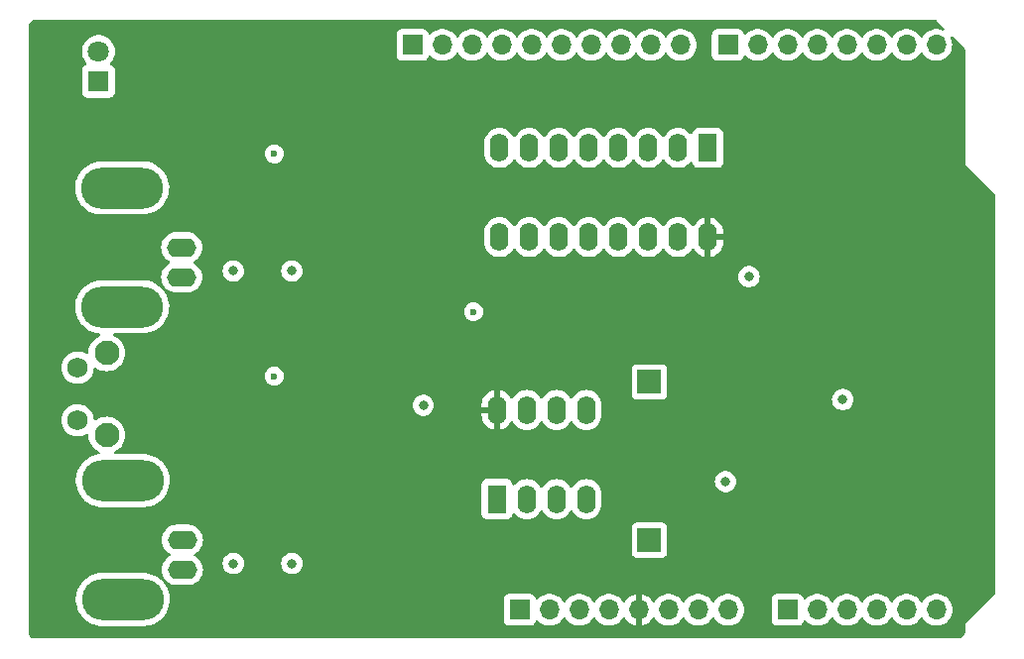
<source format=gbr>
%TF.GenerationSoftware,KiCad,Pcbnew,7.0.2*%
%TF.CreationDate,2023-08-08T17:25:24+02:00*%
%TF.ProjectId,pulse_generator,70756c73-655f-4676-956e-657261746f72,rev?*%
%TF.SameCoordinates,Original*%
%TF.FileFunction,Copper,L3,Inr*%
%TF.FilePolarity,Positive*%
%FSLAX46Y46*%
G04 Gerber Fmt 4.6, Leading zero omitted, Abs format (unit mm)*
G04 Created by KiCad (PCBNEW 7.0.2) date 2023-08-08 17:25:24*
%MOMM*%
%LPD*%
G01*
G04 APERTURE LIST*
%TA.AperFunction,ComponentPad*%
%ADD10R,1.700000X1.700000*%
%TD*%
%TA.AperFunction,ComponentPad*%
%ADD11O,1.700000X1.700000*%
%TD*%
%TA.AperFunction,ComponentPad*%
%ADD12R,2.000000X2.000000*%
%TD*%
%TA.AperFunction,ComponentPad*%
%ADD13C,2.100000*%
%TD*%
%TA.AperFunction,ComponentPad*%
%ADD14C,1.750000*%
%TD*%
%TA.AperFunction,ComponentPad*%
%ADD15R,1.800000X1.800000*%
%TD*%
%TA.AperFunction,ComponentPad*%
%ADD16C,1.800000*%
%TD*%
%TA.AperFunction,ComponentPad*%
%ADD17O,2.500000X1.600000*%
%TD*%
%TA.AperFunction,ComponentPad*%
%ADD18O,7.000000X3.500000*%
%TD*%
%TA.AperFunction,ComponentPad*%
%ADD19R,1.600000X2.400000*%
%TD*%
%TA.AperFunction,ComponentPad*%
%ADD20O,1.600000X2.400000*%
%TD*%
%TA.AperFunction,ViaPad*%
%ADD21C,0.600000*%
%TD*%
%TA.AperFunction,ViaPad*%
%ADD22C,0.800000*%
%TD*%
G04 APERTURE END LIST*
D10*
%TO.N,unconnected-(J1-Pin_1-Pad1)*%
%TO.C,J1*%
X127940000Y-97460000D03*
D11*
%TO.N,/IOREF*%
X130480000Y-97460000D03*
%TO.N,/~{RESET}*%
X133020000Y-97460000D03*
%TO.N,+3V3*%
X135560000Y-97460000D03*
%TO.N,+5V*%
X138100000Y-97460000D03*
%TO.N,GND*%
X140640000Y-97460000D03*
X143180000Y-97460000D03*
%TO.N,VCC*%
X145720000Y-97460000D03*
%TD*%
D10*
%TO.N,/A0*%
%TO.C,J3*%
X150800000Y-97460000D03*
D11*
%TO.N,/A1*%
X153340000Y-97460000D03*
%TO.N,/A2*%
X155880000Y-97460000D03*
%TO.N,/A3*%
X158420000Y-97460000D03*
%TO.N,unconnected-(J3-Pin_5-Pad5)*%
X160960000Y-97460000D03*
%TO.N,unconnected-(J3-Pin_6-Pad6)*%
X163500000Y-97460000D03*
%TD*%
D10*
%TO.N,unconnected-(J2-Pin_1-Pad1)*%
%TO.C,J2*%
X118800000Y-49200000D03*
D11*
%TO.N,unconnected-(J2-Pin_2-Pad2)*%
X121340000Y-49200000D03*
%TO.N,/AREF*%
X123880000Y-49200000D03*
%TO.N,GND*%
X126420000Y-49200000D03*
%TO.N,/13*%
X128960000Y-49200000D03*
%TO.N,/12*%
X131500000Y-49200000D03*
%TO.N,/\u002A11*%
X134040000Y-49200000D03*
%TO.N,/\u002A10*%
X136580000Y-49200000D03*
%TO.N,/\u002A9*%
X139120000Y-49200000D03*
%TO.N,/8*%
X141660000Y-49200000D03*
%TD*%
D10*
%TO.N,/7*%
%TO.C,J4*%
X145700000Y-49200000D03*
D11*
%TO.N,/\u002A6*%
X148240000Y-49200000D03*
%TO.N,/\u002A5*%
X150780000Y-49200000D03*
%TO.N,/4*%
X153320000Y-49200000D03*
%TO.N,/\u002A3*%
X155860000Y-49200000D03*
%TO.N,/2*%
X158400000Y-49200000D03*
%TO.N,/TX{slash}1*%
X160940000Y-49200000D03*
%TO.N,/RX{slash}0*%
X163480000Y-49200000D03*
%TD*%
D12*
%TO.N,/A0*%
%TO.C,TP2*%
X139000000Y-91500000D03*
%TD*%
D13*
%TO.N,*%
%TO.C,SW1*%
X92702500Y-82525000D03*
X92702500Y-75515000D03*
D14*
%TO.N,GND*%
X90212500Y-81275000D03*
%TO.N,/~{RESET}*%
X90212500Y-76775000D03*
%TD*%
D15*
%TO.N,GND*%
%TO.C,D3*%
X92000000Y-52300000D03*
D16*
%TO.N,Net-(D3-A)*%
X92000000Y-49760000D03*
%TD*%
D17*
%TO.N,Net-(J5-In)*%
%TO.C,J5*%
X99150000Y-91500000D03*
D18*
%TO.N,Net-(J5-Ext)*%
X94070000Y-96580000D03*
D17*
X99150000Y-94040000D03*
D18*
X94070000Y-86420000D03*
%TD*%
D19*
%TO.N,N/C*%
%TO.C,U2*%
X144000000Y-58000000D03*
D20*
X141460000Y-58000000D03*
X138920000Y-58000000D03*
X136380000Y-58000000D03*
X133840000Y-58000000D03*
X131300000Y-58000000D03*
X128760000Y-58000000D03*
%TO.N,GND*%
X126220000Y-58000000D03*
%TO.N,N/C*%
X126220000Y-65620000D03*
X128760000Y-65620000D03*
X131300000Y-65620000D03*
X133840000Y-65620000D03*
%TO.N,Net-(J6-In)*%
X136380000Y-65620000D03*
%TO.N,/4*%
X138920000Y-65620000D03*
%TO.N,/2*%
X141460000Y-65620000D03*
%TO.N,+5V*%
X144000000Y-65620000D03*
%TD*%
D19*
%TO.N,GND*%
%TO.C,U1*%
X126000000Y-88000000D03*
D20*
%TO.N,/A0*%
X128540000Y-88000000D03*
%TO.N,Net-(J5-In)*%
X131080000Y-88000000D03*
%TO.N,GND*%
X133620000Y-88000000D03*
%TO.N,unconnected-(U1-BAL-Pad5)*%
X133620000Y-80380000D03*
%TO.N,unconnected-(U1-STRB-Pad6)*%
X131080000Y-80380000D03*
%TO.N,/2*%
X128540000Y-80380000D03*
%TO.N,+5V*%
X126000000Y-80380000D03*
%TD*%
D12*
%TO.N,GND*%
%TO.C,TP1*%
X139000000Y-78000000D03*
%TD*%
D17*
%TO.N,Net-(J6-In)*%
%TO.C,J6*%
X99100000Y-66500000D03*
D18*
%TO.N,Net-(J6-Ext)*%
X94020000Y-71580000D03*
D17*
X99100000Y-69040000D03*
D18*
X94020000Y-61420000D03*
%TD*%
D21*
%TO.N,GND*%
X124000000Y-72000000D03*
X107000000Y-58500000D03*
D22*
X108500000Y-93500000D03*
X119715000Y-80000000D03*
X155500000Y-79500000D03*
X145500000Y-86500000D03*
D21*
X107000000Y-77500000D03*
D22*
X108500000Y-68500000D03*
X147500000Y-69000000D03*
D21*
%TO.N,+5V*%
X96500000Y-76000000D03*
X93000000Y-55000000D03*
D22*
%TO.N,Net-(J5-Ext)*%
X103500000Y-93500000D03*
%TO.N,Net-(J6-Ext)*%
X103500000Y-68500000D03*
%TD*%
%TA.AperFunction,Conductor*%
%TO.N,+5V*%
G36*
X163485591Y-47095502D02*
G01*
X163505856Y-47111700D01*
X164141615Y-47737447D01*
X164176133Y-47799487D01*
X164171630Y-47870341D01*
X164129536Y-47927513D01*
X164063215Y-47952851D01*
X164012317Y-47946420D01*
X163921022Y-47915078D01*
X163814635Y-47878556D01*
X163592569Y-47841500D01*
X163367431Y-47841500D01*
X163145365Y-47878556D01*
X163145362Y-47878556D01*
X163145362Y-47878557D01*
X162932426Y-47951657D01*
X162734421Y-48058812D01*
X162556762Y-48197091D01*
X162404278Y-48362731D01*
X162315483Y-48498643D01*
X162261479Y-48544731D01*
X162191131Y-48554306D01*
X162126774Y-48524328D01*
X162104517Y-48498643D01*
X162015721Y-48362731D01*
X161955945Y-48297798D01*
X161863240Y-48197094D01*
X161863239Y-48197093D01*
X161863237Y-48197091D01*
X161685578Y-48058812D01*
X161487573Y-47951657D01*
X161334510Y-47899111D01*
X161274635Y-47878556D01*
X161052569Y-47841500D01*
X160827431Y-47841500D01*
X160605365Y-47878556D01*
X160605362Y-47878556D01*
X160605362Y-47878557D01*
X160392426Y-47951657D01*
X160194421Y-48058812D01*
X160016762Y-48197091D01*
X159864278Y-48362731D01*
X159775483Y-48498643D01*
X159721479Y-48544731D01*
X159651131Y-48554306D01*
X159586774Y-48524328D01*
X159564517Y-48498643D01*
X159475721Y-48362731D01*
X159415945Y-48297798D01*
X159323240Y-48197094D01*
X159323239Y-48197093D01*
X159323237Y-48197091D01*
X159145578Y-48058812D01*
X158947573Y-47951657D01*
X158794510Y-47899111D01*
X158734635Y-47878556D01*
X158512569Y-47841500D01*
X158287431Y-47841500D01*
X158065365Y-47878556D01*
X158065362Y-47878556D01*
X158065362Y-47878557D01*
X157852426Y-47951657D01*
X157654421Y-48058812D01*
X157476762Y-48197091D01*
X157324278Y-48362731D01*
X157235483Y-48498643D01*
X157181479Y-48544731D01*
X157111131Y-48554306D01*
X157046774Y-48524328D01*
X157024517Y-48498643D01*
X156935721Y-48362731D01*
X156875945Y-48297798D01*
X156783240Y-48197094D01*
X156783239Y-48197093D01*
X156783237Y-48197091D01*
X156605578Y-48058812D01*
X156407573Y-47951657D01*
X156254510Y-47899111D01*
X156194635Y-47878556D01*
X155972569Y-47841500D01*
X155747431Y-47841500D01*
X155525365Y-47878556D01*
X155525362Y-47878556D01*
X155525362Y-47878557D01*
X155312426Y-47951657D01*
X155114421Y-48058812D01*
X154936762Y-48197091D01*
X154784278Y-48362731D01*
X154695483Y-48498643D01*
X154641479Y-48544731D01*
X154571131Y-48554306D01*
X154506774Y-48524328D01*
X154484517Y-48498643D01*
X154395721Y-48362731D01*
X154335945Y-48297798D01*
X154243240Y-48197094D01*
X154243239Y-48197093D01*
X154243237Y-48197091D01*
X154065578Y-48058812D01*
X153867573Y-47951657D01*
X153714510Y-47899111D01*
X153654635Y-47878556D01*
X153432569Y-47841500D01*
X153207431Y-47841500D01*
X152985365Y-47878556D01*
X152985362Y-47878556D01*
X152985362Y-47878557D01*
X152772426Y-47951657D01*
X152574421Y-48058812D01*
X152396762Y-48197091D01*
X152244278Y-48362731D01*
X152155483Y-48498643D01*
X152101479Y-48544731D01*
X152031131Y-48554306D01*
X151966774Y-48524328D01*
X151944517Y-48498643D01*
X151855721Y-48362731D01*
X151795945Y-48297798D01*
X151703240Y-48197094D01*
X151703239Y-48197093D01*
X151703237Y-48197091D01*
X151525578Y-48058812D01*
X151327573Y-47951657D01*
X151174510Y-47899111D01*
X151114635Y-47878556D01*
X150892569Y-47841500D01*
X150667431Y-47841500D01*
X150445365Y-47878556D01*
X150445362Y-47878556D01*
X150445362Y-47878557D01*
X150232426Y-47951657D01*
X150034421Y-48058812D01*
X149856762Y-48197091D01*
X149704278Y-48362731D01*
X149615483Y-48498643D01*
X149561479Y-48544731D01*
X149491131Y-48554306D01*
X149426774Y-48524328D01*
X149404517Y-48498643D01*
X149315721Y-48362731D01*
X149255945Y-48297798D01*
X149163240Y-48197094D01*
X149163239Y-48197093D01*
X149163237Y-48197091D01*
X148985578Y-48058812D01*
X148787573Y-47951657D01*
X148634510Y-47899111D01*
X148574635Y-47878556D01*
X148352569Y-47841500D01*
X148127431Y-47841500D01*
X147905365Y-47878556D01*
X147905362Y-47878556D01*
X147905362Y-47878557D01*
X147692426Y-47951657D01*
X147494421Y-48058812D01*
X147316758Y-48197094D01*
X147255754Y-48263362D01*
X147194901Y-48299933D01*
X147123937Y-48297798D01*
X147065392Y-48257636D01*
X147044998Y-48222056D01*
X147035688Y-48197094D01*
X147000889Y-48103796D01*
X147000888Y-48103794D01*
X146913261Y-47986738D01*
X146796205Y-47899111D01*
X146719069Y-47870341D01*
X146659201Y-47848011D01*
X146598638Y-47841500D01*
X144801362Y-47841500D01*
X144798013Y-47841859D01*
X144798013Y-47841860D01*
X144740799Y-47848011D01*
X144603794Y-47899111D01*
X144486738Y-47986738D01*
X144399111Y-48103794D01*
X144364313Y-48197091D01*
X144348011Y-48240799D01*
X144341500Y-48301362D01*
X144341500Y-50098638D01*
X144348011Y-50159201D01*
X144364312Y-50202906D01*
X144399111Y-50296205D01*
X144486738Y-50413261D01*
X144603794Y-50500888D01*
X144603795Y-50500888D01*
X144603796Y-50500889D01*
X144740799Y-50551989D01*
X144801362Y-50558500D01*
X144804731Y-50558500D01*
X146595269Y-50558500D01*
X146598638Y-50558500D01*
X146659201Y-50551989D01*
X146796204Y-50500889D01*
X146913261Y-50413261D01*
X147000889Y-50296204D01*
X147044999Y-50177941D01*
X147087545Y-50121107D01*
X147154065Y-50096296D01*
X147223439Y-50111387D01*
X147255753Y-50136635D01*
X147293780Y-50177943D01*
X147316762Y-50202908D01*
X147436629Y-50296205D01*
X147494424Y-50341189D01*
X147692426Y-50448342D01*
X147905365Y-50521444D01*
X148127431Y-50558500D01*
X148127434Y-50558500D01*
X148352566Y-50558500D01*
X148352569Y-50558500D01*
X148574635Y-50521444D01*
X148787574Y-50448342D01*
X148985576Y-50341189D01*
X149163240Y-50202906D01*
X149315722Y-50037268D01*
X149404518Y-49901354D01*
X149458521Y-49855268D01*
X149528869Y-49845693D01*
X149593226Y-49875670D01*
X149615480Y-49901353D01*
X149704278Y-50037268D01*
X149816525Y-50159200D01*
X149856762Y-50202908D01*
X149976629Y-50296205D01*
X150034424Y-50341189D01*
X150232426Y-50448342D01*
X150445365Y-50521444D01*
X150667431Y-50558500D01*
X150667434Y-50558500D01*
X150892566Y-50558500D01*
X150892569Y-50558500D01*
X151114635Y-50521444D01*
X151327574Y-50448342D01*
X151525576Y-50341189D01*
X151703240Y-50202906D01*
X151855722Y-50037268D01*
X151944518Y-49901354D01*
X151998521Y-49855268D01*
X152068869Y-49845693D01*
X152133226Y-49875670D01*
X152155480Y-49901353D01*
X152244278Y-50037268D01*
X152356525Y-50159200D01*
X152396762Y-50202908D01*
X152516629Y-50296205D01*
X152574424Y-50341189D01*
X152772426Y-50448342D01*
X152985365Y-50521444D01*
X153207431Y-50558500D01*
X153207434Y-50558500D01*
X153432566Y-50558500D01*
X153432569Y-50558500D01*
X153654635Y-50521444D01*
X153867574Y-50448342D01*
X154065576Y-50341189D01*
X154243240Y-50202906D01*
X154395722Y-50037268D01*
X154484518Y-49901354D01*
X154538521Y-49855268D01*
X154608869Y-49845693D01*
X154673226Y-49875670D01*
X154695480Y-49901353D01*
X154784278Y-50037268D01*
X154896525Y-50159200D01*
X154936762Y-50202908D01*
X155056629Y-50296205D01*
X155114424Y-50341189D01*
X155312426Y-50448342D01*
X155525365Y-50521444D01*
X155747431Y-50558500D01*
X155747434Y-50558500D01*
X155972566Y-50558500D01*
X155972569Y-50558500D01*
X156194635Y-50521444D01*
X156407574Y-50448342D01*
X156605576Y-50341189D01*
X156783240Y-50202906D01*
X156935722Y-50037268D01*
X157024518Y-49901354D01*
X157078521Y-49855268D01*
X157148869Y-49845693D01*
X157213226Y-49875670D01*
X157235480Y-49901353D01*
X157324278Y-50037268D01*
X157436525Y-50159200D01*
X157476762Y-50202908D01*
X157596629Y-50296205D01*
X157654424Y-50341189D01*
X157852426Y-50448342D01*
X158065365Y-50521444D01*
X158287431Y-50558500D01*
X158287434Y-50558500D01*
X158512566Y-50558500D01*
X158512569Y-50558500D01*
X158734635Y-50521444D01*
X158947574Y-50448342D01*
X159145576Y-50341189D01*
X159323240Y-50202906D01*
X159475722Y-50037268D01*
X159564518Y-49901354D01*
X159618521Y-49855268D01*
X159688869Y-49845693D01*
X159753226Y-49875670D01*
X159775480Y-49901353D01*
X159864278Y-50037268D01*
X159976525Y-50159200D01*
X160016762Y-50202908D01*
X160136629Y-50296205D01*
X160194424Y-50341189D01*
X160392426Y-50448342D01*
X160605365Y-50521444D01*
X160827431Y-50558500D01*
X160827434Y-50558500D01*
X161052566Y-50558500D01*
X161052569Y-50558500D01*
X161274635Y-50521444D01*
X161487574Y-50448342D01*
X161685576Y-50341189D01*
X161863240Y-50202906D01*
X162015722Y-50037268D01*
X162104518Y-49901354D01*
X162158521Y-49855268D01*
X162228869Y-49845693D01*
X162293226Y-49875670D01*
X162315480Y-49901353D01*
X162404278Y-50037268D01*
X162516525Y-50159200D01*
X162556762Y-50202908D01*
X162676629Y-50296205D01*
X162734424Y-50341189D01*
X162932426Y-50448342D01*
X163145365Y-50521444D01*
X163367431Y-50558500D01*
X163367434Y-50558500D01*
X163592566Y-50558500D01*
X163592569Y-50558500D01*
X163814635Y-50521444D01*
X164027574Y-50448342D01*
X164225576Y-50341189D01*
X164403240Y-50202906D01*
X164555722Y-50037268D01*
X164678860Y-49848791D01*
X164769296Y-49642616D01*
X164824564Y-49424368D01*
X164843156Y-49200000D01*
X164824564Y-48975632D01*
X164769296Y-48757384D01*
X164722083Y-48649750D01*
X164713038Y-48579334D01*
X164743499Y-48515204D01*
X164803795Y-48477723D01*
X164874784Y-48478790D01*
X164925858Y-48509339D01*
X165897285Y-49465468D01*
X165926886Y-49494602D01*
X165961404Y-49556642D01*
X165964500Y-49584402D01*
X165964500Y-59314756D01*
X165961949Y-59334133D01*
X165964021Y-59357817D01*
X165964500Y-59368795D01*
X165964500Y-59381274D01*
X165967098Y-59392995D01*
X165967162Y-59393730D01*
X165967182Y-59393957D01*
X165971652Y-59403541D01*
X165978451Y-59411644D01*
X165978452Y-59411645D01*
X165979243Y-59412102D01*
X165979273Y-59412119D01*
X166005372Y-59432145D01*
X168467595Y-61894368D01*
X168501621Y-61956680D01*
X168504500Y-61983463D01*
X168504500Y-96106535D01*
X168484498Y-96174656D01*
X168467595Y-96195630D01*
X166018604Y-98644620D01*
X166003099Y-98656518D01*
X165987820Y-98674726D01*
X165980411Y-98682813D01*
X165971572Y-98691653D01*
X165965122Y-98701777D01*
X165964500Y-98702518D01*
X165960882Y-98712458D01*
X165959960Y-98722997D01*
X165960206Y-98723915D01*
X165964500Y-98756530D01*
X165964500Y-99231812D01*
X165963893Y-99244163D01*
X165952525Y-99359581D01*
X165947706Y-99383807D01*
X165915845Y-99488836D01*
X165906393Y-99511654D01*
X165854652Y-99608456D01*
X165840929Y-99628995D01*
X165771301Y-99713836D01*
X165753836Y-99731301D01*
X165668995Y-99800929D01*
X165648456Y-99814652D01*
X165551654Y-99866393D01*
X165528836Y-99875845D01*
X165423807Y-99907706D01*
X165399581Y-99912525D01*
X165315677Y-99920789D01*
X165284161Y-99923893D01*
X165271813Y-99924500D01*
X86508257Y-99924500D01*
X86491811Y-99923422D01*
X86406579Y-99912201D01*
X86374806Y-99903687D01*
X86303074Y-99873974D01*
X86274589Y-99857529D01*
X86212993Y-99810265D01*
X86189734Y-99787006D01*
X86142470Y-99725410D01*
X86126025Y-99696925D01*
X86096312Y-99625193D01*
X86087798Y-99593419D01*
X86076578Y-99508187D01*
X86075500Y-99491742D01*
X86075500Y-96655637D01*
X90057709Y-96655637D01*
X90058129Y-96659821D01*
X90058130Y-96659822D01*
X90087553Y-96952297D01*
X90087554Y-96952305D01*
X90087976Y-96956496D01*
X90088952Y-96960594D01*
X90088953Y-96960596D01*
X90157095Y-97246535D01*
X90157097Y-97246544D01*
X90158073Y-97250636D01*
X90159585Y-97254563D01*
X90159588Y-97254571D01*
X90238708Y-97460000D01*
X90266750Y-97532809D01*
X90268771Y-97536498D01*
X90268774Y-97536503D01*
X90408131Y-97790798D01*
X90412067Y-97797979D01*
X90414560Y-97801363D01*
X90414561Y-97801364D01*
X90506325Y-97925908D01*
X90591431Y-98041414D01*
X90594348Y-98044430D01*
X90594353Y-98044436D01*
X90696822Y-98150387D01*
X90801642Y-98258770D01*
X90850003Y-98296960D01*
X91035646Y-98443562D01*
X91035651Y-98443565D01*
X91038948Y-98446169D01*
X91299114Y-98600265D01*
X91577498Y-98718310D01*
X91869132Y-98798197D01*
X92168811Y-98838500D01*
X92173027Y-98838500D01*
X95893403Y-98838500D01*
X95895511Y-98838500D01*
X96121702Y-98823358D01*
X96418021Y-98763129D01*
X96703668Y-98663942D01*
X96973545Y-98527566D01*
X97219632Y-98358638D01*
X126581500Y-98358638D01*
X126588011Y-98419201D01*
X126598070Y-98446169D01*
X126639111Y-98556205D01*
X126726738Y-98673261D01*
X126843794Y-98760888D01*
X126843795Y-98760888D01*
X126843796Y-98760889D01*
X126980799Y-98811989D01*
X127041362Y-98818500D01*
X127044731Y-98818500D01*
X128835269Y-98818500D01*
X128838638Y-98818500D01*
X128899201Y-98811989D01*
X129036204Y-98760889D01*
X129153261Y-98673261D01*
X129240889Y-98556204D01*
X129284999Y-98437941D01*
X129327545Y-98381107D01*
X129394065Y-98356296D01*
X129463439Y-98371387D01*
X129495753Y-98396635D01*
X129543325Y-98448312D01*
X129556762Y-98462908D01*
X129734421Y-98601187D01*
X129734424Y-98601189D01*
X129932426Y-98708342D01*
X130145365Y-98781444D01*
X130367431Y-98818500D01*
X130367434Y-98818500D01*
X130592566Y-98818500D01*
X130592569Y-98818500D01*
X130814635Y-98781444D01*
X131027574Y-98708342D01*
X131225576Y-98601189D01*
X131403240Y-98462906D01*
X131555722Y-98297268D01*
X131644518Y-98161354D01*
X131698521Y-98115268D01*
X131768869Y-98105693D01*
X131833226Y-98135670D01*
X131855480Y-98161353D01*
X131944278Y-98297268D01*
X132078952Y-98443562D01*
X132096762Y-98462908D01*
X132274421Y-98601187D01*
X132274424Y-98601189D01*
X132472426Y-98708342D01*
X132685365Y-98781444D01*
X132907431Y-98818500D01*
X132907434Y-98818500D01*
X133132566Y-98818500D01*
X133132569Y-98818500D01*
X133354635Y-98781444D01*
X133567574Y-98708342D01*
X133765576Y-98601189D01*
X133943240Y-98462906D01*
X134095722Y-98297268D01*
X134184518Y-98161354D01*
X134238521Y-98115268D01*
X134308869Y-98105693D01*
X134373226Y-98135670D01*
X134395480Y-98161353D01*
X134484278Y-98297268D01*
X134618952Y-98443562D01*
X134636762Y-98462908D01*
X134814421Y-98601187D01*
X134814424Y-98601189D01*
X135012426Y-98708342D01*
X135225365Y-98781444D01*
X135447431Y-98818500D01*
X135447434Y-98818500D01*
X135672566Y-98818500D01*
X135672569Y-98818500D01*
X135894635Y-98781444D01*
X136107574Y-98708342D01*
X136305576Y-98601189D01*
X136483240Y-98462906D01*
X136635722Y-98297268D01*
X136724817Y-98160896D01*
X136778819Y-98114809D01*
X136849167Y-98105234D01*
X136913524Y-98135211D01*
X136935782Y-98160897D01*
X137024678Y-98296962D01*
X137177096Y-98462533D01*
X137354697Y-98600766D01*
X137552631Y-98707883D01*
X137765485Y-98780955D01*
X137846000Y-98794391D01*
X137846000Y-97893674D01*
X137957685Y-97944680D01*
X138064237Y-97960000D01*
X138135763Y-97960000D01*
X138242315Y-97944680D01*
X138354000Y-97893674D01*
X138354000Y-98794390D01*
X138434514Y-98780955D01*
X138647368Y-98707883D01*
X138845302Y-98600766D01*
X139022903Y-98462533D01*
X139175323Y-98296960D01*
X139264217Y-98160899D01*
X139318220Y-98114810D01*
X139388568Y-98105235D01*
X139452926Y-98135212D01*
X139475183Y-98160898D01*
X139564278Y-98297268D01*
X139698952Y-98443562D01*
X139716762Y-98462908D01*
X139894421Y-98601187D01*
X139894424Y-98601189D01*
X140092426Y-98708342D01*
X140305365Y-98781444D01*
X140527431Y-98818500D01*
X140527434Y-98818500D01*
X140752566Y-98818500D01*
X140752569Y-98818500D01*
X140974635Y-98781444D01*
X141187574Y-98708342D01*
X141385576Y-98601189D01*
X141563240Y-98462906D01*
X141715722Y-98297268D01*
X141804518Y-98161354D01*
X141858521Y-98115268D01*
X141928869Y-98105693D01*
X141993226Y-98135670D01*
X142015480Y-98161353D01*
X142104278Y-98297268D01*
X142238952Y-98443562D01*
X142256762Y-98462908D01*
X142434421Y-98601187D01*
X142434424Y-98601189D01*
X142632426Y-98708342D01*
X142845365Y-98781444D01*
X143067431Y-98818500D01*
X143067434Y-98818500D01*
X143292566Y-98818500D01*
X143292569Y-98818500D01*
X143514635Y-98781444D01*
X143727574Y-98708342D01*
X143925576Y-98601189D01*
X144103240Y-98462906D01*
X144255722Y-98297268D01*
X144344518Y-98161354D01*
X144398521Y-98115268D01*
X144468869Y-98105693D01*
X144533226Y-98135670D01*
X144555480Y-98161353D01*
X144644278Y-98297268D01*
X144778952Y-98443562D01*
X144796762Y-98462908D01*
X144974421Y-98601187D01*
X144974424Y-98601189D01*
X145172426Y-98708342D01*
X145385365Y-98781444D01*
X145607431Y-98818500D01*
X145607434Y-98818500D01*
X145832566Y-98818500D01*
X145832569Y-98818500D01*
X146054635Y-98781444D01*
X146267574Y-98708342D01*
X146465576Y-98601189D01*
X146643240Y-98462906D01*
X146739226Y-98358638D01*
X149441500Y-98358638D01*
X149448011Y-98419201D01*
X149458070Y-98446169D01*
X149499111Y-98556205D01*
X149586738Y-98673261D01*
X149703794Y-98760888D01*
X149703795Y-98760888D01*
X149703796Y-98760889D01*
X149840799Y-98811989D01*
X149901362Y-98818500D01*
X149904731Y-98818500D01*
X151695269Y-98818500D01*
X151698638Y-98818500D01*
X151759201Y-98811989D01*
X151896204Y-98760889D01*
X152013261Y-98673261D01*
X152100889Y-98556204D01*
X152144999Y-98437941D01*
X152187545Y-98381107D01*
X152254065Y-98356296D01*
X152323439Y-98371387D01*
X152355753Y-98396635D01*
X152403325Y-98448312D01*
X152416762Y-98462908D01*
X152594421Y-98601187D01*
X152594424Y-98601189D01*
X152792426Y-98708342D01*
X153005365Y-98781444D01*
X153227431Y-98818500D01*
X153227434Y-98818500D01*
X153452566Y-98818500D01*
X153452569Y-98818500D01*
X153674635Y-98781444D01*
X153887574Y-98708342D01*
X154085576Y-98601189D01*
X154263240Y-98462906D01*
X154415722Y-98297268D01*
X154504518Y-98161354D01*
X154558521Y-98115268D01*
X154628869Y-98105693D01*
X154693226Y-98135670D01*
X154715480Y-98161353D01*
X154804278Y-98297268D01*
X154938952Y-98443562D01*
X154956762Y-98462908D01*
X155134421Y-98601187D01*
X155134424Y-98601189D01*
X155332426Y-98708342D01*
X155545365Y-98781444D01*
X155767431Y-98818500D01*
X155767434Y-98818500D01*
X155992566Y-98818500D01*
X155992569Y-98818500D01*
X156214635Y-98781444D01*
X156427574Y-98708342D01*
X156625576Y-98601189D01*
X156803240Y-98462906D01*
X156955722Y-98297268D01*
X157044518Y-98161354D01*
X157098521Y-98115268D01*
X157168869Y-98105693D01*
X157233226Y-98135670D01*
X157255480Y-98161353D01*
X157344278Y-98297268D01*
X157478952Y-98443562D01*
X157496762Y-98462908D01*
X157674421Y-98601187D01*
X157674424Y-98601189D01*
X157872426Y-98708342D01*
X158085365Y-98781444D01*
X158307431Y-98818500D01*
X158307434Y-98818500D01*
X158532566Y-98818500D01*
X158532569Y-98818500D01*
X158754635Y-98781444D01*
X158967574Y-98708342D01*
X159165576Y-98601189D01*
X159343240Y-98462906D01*
X159495722Y-98297268D01*
X159584518Y-98161354D01*
X159638521Y-98115268D01*
X159708869Y-98105693D01*
X159773226Y-98135670D01*
X159795480Y-98161353D01*
X159884278Y-98297268D01*
X160018952Y-98443562D01*
X160036762Y-98462908D01*
X160214421Y-98601187D01*
X160214424Y-98601189D01*
X160412426Y-98708342D01*
X160625365Y-98781444D01*
X160847431Y-98818500D01*
X160847434Y-98818500D01*
X161072566Y-98818500D01*
X161072569Y-98818500D01*
X161294635Y-98781444D01*
X161507574Y-98708342D01*
X161705576Y-98601189D01*
X161883240Y-98462906D01*
X162035722Y-98297268D01*
X162124518Y-98161354D01*
X162178521Y-98115268D01*
X162248869Y-98105693D01*
X162313226Y-98135670D01*
X162335480Y-98161353D01*
X162424278Y-98297268D01*
X162558952Y-98443562D01*
X162576762Y-98462908D01*
X162754421Y-98601187D01*
X162754424Y-98601189D01*
X162952426Y-98708342D01*
X163165365Y-98781444D01*
X163387431Y-98818500D01*
X163387434Y-98818500D01*
X163612566Y-98818500D01*
X163612569Y-98818500D01*
X163834635Y-98781444D01*
X164047574Y-98708342D01*
X164245576Y-98601189D01*
X164423240Y-98462906D01*
X164575722Y-98297268D01*
X164698860Y-98108791D01*
X164789296Y-97902616D01*
X164844564Y-97684368D01*
X164863156Y-97460000D01*
X164844564Y-97235632D01*
X164789296Y-97017384D01*
X164698860Y-96811209D01*
X164575722Y-96622732D01*
X164423240Y-96457094D01*
X164423239Y-96457093D01*
X164423237Y-96457091D01*
X164245578Y-96318812D01*
X164047573Y-96211657D01*
X163893385Y-96158725D01*
X163834635Y-96138556D01*
X163612569Y-96101500D01*
X163387431Y-96101500D01*
X163165365Y-96138556D01*
X163165362Y-96138556D01*
X163165362Y-96138557D01*
X162952426Y-96211657D01*
X162754421Y-96318812D01*
X162576762Y-96457091D01*
X162424278Y-96622731D01*
X162335483Y-96758643D01*
X162281479Y-96804731D01*
X162211131Y-96814306D01*
X162146774Y-96784328D01*
X162124517Y-96758643D01*
X162035721Y-96622731D01*
X161975945Y-96557798D01*
X161883240Y-96457094D01*
X161883239Y-96457093D01*
X161883237Y-96457091D01*
X161705578Y-96318812D01*
X161507573Y-96211657D01*
X161353385Y-96158725D01*
X161294635Y-96138556D01*
X161072569Y-96101500D01*
X160847431Y-96101500D01*
X160625365Y-96138556D01*
X160625362Y-96138556D01*
X160625362Y-96138557D01*
X160412426Y-96211657D01*
X160214421Y-96318812D01*
X160036762Y-96457091D01*
X159884278Y-96622731D01*
X159795483Y-96758643D01*
X159741479Y-96804731D01*
X159671131Y-96814306D01*
X159606774Y-96784328D01*
X159584517Y-96758643D01*
X159495721Y-96622731D01*
X159435945Y-96557798D01*
X159343240Y-96457094D01*
X159343239Y-96457093D01*
X159343237Y-96457091D01*
X159165578Y-96318812D01*
X158967573Y-96211657D01*
X158813385Y-96158725D01*
X158754635Y-96138556D01*
X158532569Y-96101500D01*
X158307431Y-96101500D01*
X158085365Y-96138556D01*
X158085362Y-96138556D01*
X158085362Y-96138557D01*
X157872426Y-96211657D01*
X157674421Y-96318812D01*
X157496762Y-96457091D01*
X157344278Y-96622731D01*
X157255483Y-96758643D01*
X157201479Y-96804731D01*
X157131131Y-96814306D01*
X157066774Y-96784328D01*
X157044517Y-96758643D01*
X156955721Y-96622731D01*
X156895945Y-96557798D01*
X156803240Y-96457094D01*
X156803239Y-96457093D01*
X156803237Y-96457091D01*
X156625578Y-96318812D01*
X156427573Y-96211657D01*
X156273385Y-96158725D01*
X156214635Y-96138556D01*
X155992569Y-96101500D01*
X155767431Y-96101500D01*
X155545365Y-96138556D01*
X155545362Y-96138556D01*
X155545362Y-96138557D01*
X155332426Y-96211657D01*
X155134421Y-96318812D01*
X154956762Y-96457091D01*
X154804278Y-96622731D01*
X154715483Y-96758643D01*
X154661479Y-96804731D01*
X154591131Y-96814306D01*
X154526774Y-96784328D01*
X154504517Y-96758643D01*
X154415721Y-96622731D01*
X154355945Y-96557798D01*
X154263240Y-96457094D01*
X154263239Y-96457093D01*
X154263237Y-96457091D01*
X154085578Y-96318812D01*
X153887573Y-96211657D01*
X153733385Y-96158725D01*
X153674635Y-96138556D01*
X153452569Y-96101500D01*
X153227431Y-96101500D01*
X153005365Y-96138556D01*
X153005362Y-96138556D01*
X153005362Y-96138557D01*
X152792426Y-96211657D01*
X152594421Y-96318812D01*
X152416758Y-96457094D01*
X152355754Y-96523362D01*
X152294901Y-96559933D01*
X152223937Y-96557798D01*
X152165392Y-96517636D01*
X152144998Y-96482056D01*
X152135688Y-96457094D01*
X152100889Y-96363796D01*
X152100888Y-96363794D01*
X152013261Y-96246738D01*
X151896205Y-96159111D01*
X151806377Y-96125607D01*
X151759201Y-96108011D01*
X151698638Y-96101500D01*
X149901362Y-96101500D01*
X149898013Y-96101859D01*
X149898013Y-96101860D01*
X149840799Y-96108011D01*
X149703794Y-96159111D01*
X149586738Y-96246738D01*
X149499111Y-96363794D01*
X149455002Y-96482056D01*
X149448011Y-96500799D01*
X149441500Y-96561362D01*
X149441500Y-98358638D01*
X146739226Y-98358638D01*
X146795722Y-98297268D01*
X146918860Y-98108791D01*
X147009296Y-97902616D01*
X147064564Y-97684368D01*
X147083156Y-97460000D01*
X147064564Y-97235632D01*
X147009296Y-97017384D01*
X146918860Y-96811209D01*
X146795722Y-96622732D01*
X146643240Y-96457094D01*
X146643239Y-96457093D01*
X146643237Y-96457091D01*
X146465578Y-96318812D01*
X146267573Y-96211657D01*
X146113385Y-96158725D01*
X146054635Y-96138556D01*
X145832569Y-96101500D01*
X145607431Y-96101500D01*
X145385365Y-96138556D01*
X145385362Y-96138556D01*
X145385362Y-96138557D01*
X145172426Y-96211657D01*
X144974421Y-96318812D01*
X144796762Y-96457091D01*
X144644278Y-96622731D01*
X144555483Y-96758643D01*
X144501479Y-96804731D01*
X144431131Y-96814306D01*
X144366774Y-96784328D01*
X144344517Y-96758643D01*
X144255721Y-96622731D01*
X144195945Y-96557798D01*
X144103240Y-96457094D01*
X144103239Y-96457093D01*
X144103237Y-96457091D01*
X143925578Y-96318812D01*
X143727573Y-96211657D01*
X143573385Y-96158725D01*
X143514635Y-96138556D01*
X143292569Y-96101500D01*
X143067431Y-96101500D01*
X142845365Y-96138556D01*
X142845362Y-96138556D01*
X142845362Y-96138557D01*
X142632426Y-96211657D01*
X142434421Y-96318812D01*
X142256762Y-96457091D01*
X142104278Y-96622731D01*
X142015483Y-96758643D01*
X141961479Y-96804731D01*
X141891131Y-96814306D01*
X141826774Y-96784328D01*
X141804517Y-96758643D01*
X141715721Y-96622731D01*
X141655945Y-96557798D01*
X141563240Y-96457094D01*
X141563239Y-96457093D01*
X141563237Y-96457091D01*
X141385578Y-96318812D01*
X141187573Y-96211657D01*
X141033385Y-96158725D01*
X140974635Y-96138556D01*
X140752569Y-96101500D01*
X140527431Y-96101500D01*
X140305365Y-96138556D01*
X140305362Y-96138556D01*
X140305362Y-96138557D01*
X140092426Y-96211657D01*
X139894421Y-96318812D01*
X139716762Y-96457091D01*
X139564275Y-96622735D01*
X139475182Y-96759101D01*
X139421179Y-96805189D01*
X139350831Y-96814764D01*
X139286473Y-96784786D01*
X139264217Y-96759101D01*
X139175321Y-96623037D01*
X139022903Y-96457466D01*
X138845302Y-96319233D01*
X138647368Y-96212116D01*
X138434510Y-96139042D01*
X138354000Y-96125606D01*
X138354000Y-97026325D01*
X138242315Y-96975320D01*
X138135763Y-96960000D01*
X138064237Y-96960000D01*
X137957685Y-96975320D01*
X137846000Y-97026325D01*
X137846000Y-96125607D01*
X137845999Y-96125606D01*
X137765489Y-96139042D01*
X137552631Y-96212116D01*
X137354697Y-96319233D01*
X137177096Y-96457466D01*
X137024678Y-96623037D01*
X136935782Y-96759102D01*
X136881778Y-96805190D01*
X136811430Y-96814765D01*
X136747073Y-96784787D01*
X136724816Y-96759101D01*
X136635723Y-96622734D01*
X136635722Y-96622732D01*
X136483240Y-96457094D01*
X136483239Y-96457093D01*
X136483237Y-96457091D01*
X136305578Y-96318812D01*
X136107573Y-96211657D01*
X135953385Y-96158725D01*
X135894635Y-96138556D01*
X135672569Y-96101500D01*
X135447431Y-96101500D01*
X135225365Y-96138556D01*
X135225362Y-96138556D01*
X135225362Y-96138557D01*
X135012426Y-96211657D01*
X134814421Y-96318812D01*
X134636762Y-96457091D01*
X134484278Y-96622731D01*
X134395483Y-96758643D01*
X134341479Y-96804731D01*
X134271131Y-96814306D01*
X134206774Y-96784328D01*
X134184517Y-96758643D01*
X134095721Y-96622731D01*
X134035945Y-96557798D01*
X133943240Y-96457094D01*
X133943239Y-96457093D01*
X133943237Y-96457091D01*
X133765578Y-96318812D01*
X133567573Y-96211657D01*
X133413385Y-96158725D01*
X133354635Y-96138556D01*
X133132569Y-96101500D01*
X132907431Y-96101500D01*
X132685365Y-96138556D01*
X132685362Y-96138556D01*
X132685362Y-96138557D01*
X132472426Y-96211657D01*
X132274421Y-96318812D01*
X132096762Y-96457091D01*
X131944278Y-96622731D01*
X131855483Y-96758643D01*
X131801479Y-96804731D01*
X131731131Y-96814306D01*
X131666774Y-96784328D01*
X131644517Y-96758643D01*
X131555721Y-96622731D01*
X131495945Y-96557798D01*
X131403240Y-96457094D01*
X131403239Y-96457093D01*
X131403237Y-96457091D01*
X131225578Y-96318812D01*
X131027573Y-96211657D01*
X130873385Y-96158725D01*
X130814635Y-96138556D01*
X130592569Y-96101500D01*
X130367431Y-96101500D01*
X130145365Y-96138556D01*
X130145362Y-96138556D01*
X130145362Y-96138557D01*
X129932426Y-96211657D01*
X129734421Y-96318812D01*
X129556758Y-96457094D01*
X129495754Y-96523362D01*
X129434901Y-96559933D01*
X129363937Y-96557798D01*
X129305392Y-96517636D01*
X129284998Y-96482056D01*
X129275688Y-96457094D01*
X129240889Y-96363796D01*
X129240888Y-96363794D01*
X129153261Y-96246738D01*
X129036205Y-96159111D01*
X128946377Y-96125607D01*
X128899201Y-96108011D01*
X128838638Y-96101500D01*
X127041362Y-96101500D01*
X127038013Y-96101859D01*
X127038013Y-96101860D01*
X126980799Y-96108011D01*
X126843794Y-96159111D01*
X126726738Y-96246738D01*
X126639111Y-96363794D01*
X126595002Y-96482056D01*
X126588011Y-96500799D01*
X126581500Y-96561362D01*
X126581500Y-98358638D01*
X97219632Y-98358638D01*
X97222838Y-98356437D01*
X97447097Y-98153606D01*
X97642320Y-97922695D01*
X97805024Y-97667823D01*
X97932306Y-97393539D01*
X98021893Y-97104738D01*
X98072187Y-96806572D01*
X98082291Y-96504363D01*
X98052024Y-96203504D01*
X97981927Y-95909364D01*
X97873250Y-95627191D01*
X97727933Y-95362021D01*
X97548569Y-95118586D01*
X97545650Y-95115568D01*
X97545646Y-95115563D01*
X97437331Y-95003567D01*
X97338358Y-94901230D01*
X97211665Y-94801181D01*
X97104353Y-94716437D01*
X97104345Y-94716431D01*
X97101052Y-94713831D01*
X96840886Y-94559735D01*
X96562502Y-94441690D01*
X96558449Y-94440579D01*
X96558444Y-94440578D01*
X96274932Y-94362916D01*
X96274928Y-94362915D01*
X96270868Y-94361803D01*
X96266697Y-94361242D01*
X96266692Y-94361241D01*
X95975365Y-94322061D01*
X95975355Y-94322060D01*
X95971189Y-94321500D01*
X92244489Y-94321500D01*
X92242405Y-94321639D01*
X92242390Y-94321640D01*
X92022496Y-94336360D01*
X92022481Y-94336361D01*
X92018298Y-94336642D01*
X92014170Y-94337480D01*
X92014170Y-94337481D01*
X91726111Y-94396031D01*
X91726109Y-94396031D01*
X91721979Y-94396871D01*
X91718000Y-94398252D01*
X91717995Y-94398254D01*
X91440318Y-94494673D01*
X91440306Y-94494678D01*
X91436332Y-94496058D01*
X91432573Y-94497957D01*
X91432567Y-94497960D01*
X91170213Y-94630534D01*
X91170201Y-94630540D01*
X91166455Y-94632434D01*
X91162987Y-94634814D01*
X91162983Y-94634817D01*
X90920631Y-94801181D01*
X90920624Y-94801186D01*
X90917162Y-94803563D01*
X90914046Y-94806381D01*
X90914040Y-94806386D01*
X90696028Y-95003567D01*
X90696023Y-95003571D01*
X90692903Y-95006394D01*
X90690191Y-95009600D01*
X90690181Y-95009612D01*
X90500396Y-95234091D01*
X90500387Y-95234102D01*
X90497680Y-95237305D01*
X90495421Y-95240842D01*
X90495414Y-95240853D01*
X90337248Y-95488617D01*
X90337244Y-95488623D01*
X90334976Y-95492177D01*
X90333199Y-95496004D01*
X90333199Y-95496006D01*
X90209466Y-95762641D01*
X90209462Y-95762649D01*
X90207694Y-95766461D01*
X90206450Y-95770470D01*
X90206447Y-95770479D01*
X90119354Y-96051238D01*
X90119349Y-96051255D01*
X90118107Y-96055262D01*
X90117407Y-96059411D01*
X90117406Y-96059416D01*
X90091727Y-96211657D01*
X90067813Y-96353428D01*
X90067672Y-96357628D01*
X90067672Y-96357634D01*
X90060909Y-96559933D01*
X90057709Y-96655637D01*
X86075500Y-96655637D01*
X86075500Y-94040000D01*
X97386502Y-94040000D01*
X97406457Y-94268087D01*
X97465715Y-94489243D01*
X97562477Y-94696750D01*
X97693804Y-94884303D01*
X97855696Y-95046195D01*
X98043249Y-95177522D01*
X98250756Y-95274284D01*
X98310014Y-95290162D01*
X98471913Y-95333543D01*
X98642873Y-95348500D01*
X98645613Y-95348500D01*
X99654387Y-95348500D01*
X99657127Y-95348500D01*
X99828087Y-95333543D01*
X100049243Y-95274284D01*
X100256749Y-95177523D01*
X100444300Y-95046198D01*
X100606198Y-94884300D01*
X100737523Y-94696749D01*
X100834284Y-94489243D01*
X100893543Y-94268087D01*
X100913498Y-94040000D01*
X100893543Y-93811913D01*
X100834284Y-93590757D01*
X100791963Y-93499999D01*
X102586496Y-93499999D01*
X102606458Y-93689929D01*
X102665472Y-93871556D01*
X102760958Y-94036942D01*
X102888747Y-94178866D01*
X103043248Y-94291118D01*
X103217712Y-94368794D01*
X103404513Y-94408500D01*
X103404515Y-94408500D01*
X103595485Y-94408500D01*
X103595487Y-94408500D01*
X103782288Y-94368794D01*
X103956752Y-94291118D01*
X104111253Y-94178866D01*
X104239040Y-94036944D01*
X104334527Y-93871556D01*
X104393542Y-93689928D01*
X104413504Y-93500000D01*
X107586496Y-93500000D01*
X107606458Y-93689929D01*
X107665472Y-93871556D01*
X107760958Y-94036942D01*
X107888747Y-94178866D01*
X108043248Y-94291118D01*
X108217712Y-94368794D01*
X108404513Y-94408500D01*
X108404515Y-94408500D01*
X108595485Y-94408500D01*
X108595487Y-94408500D01*
X108782288Y-94368794D01*
X108956752Y-94291118D01*
X109111253Y-94178866D01*
X109239040Y-94036944D01*
X109334527Y-93871556D01*
X109393542Y-93689928D01*
X109413504Y-93500000D01*
X109393542Y-93310072D01*
X109334527Y-93128444D01*
X109334527Y-93128443D01*
X109239041Y-92963057D01*
X109111252Y-92821133D01*
X108956753Y-92708883D01*
X108956752Y-92708882D01*
X108782288Y-92631206D01*
X108595487Y-92591500D01*
X108404513Y-92591500D01*
X108321242Y-92609200D01*
X108217711Y-92631206D01*
X108043246Y-92708883D01*
X107888747Y-92821133D01*
X107760958Y-92963057D01*
X107665472Y-93128443D01*
X107606458Y-93310070D01*
X107586496Y-93500000D01*
X104413504Y-93500000D01*
X104393542Y-93310072D01*
X104334527Y-93128444D01*
X104334527Y-93128443D01*
X104239041Y-92963057D01*
X104111252Y-92821133D01*
X103956753Y-92708883D01*
X103956752Y-92708882D01*
X103782288Y-92631206D01*
X103595487Y-92591500D01*
X103404513Y-92591500D01*
X103321242Y-92609200D01*
X103217711Y-92631206D01*
X103043246Y-92708883D01*
X102888747Y-92821133D01*
X102760958Y-92963057D01*
X102665472Y-93128443D01*
X102606458Y-93310070D01*
X102586496Y-93499999D01*
X100791963Y-93499999D01*
X100737523Y-93383251D01*
X100686282Y-93310072D01*
X100606195Y-93195696D01*
X100444303Y-93033804D01*
X100256748Y-92902476D01*
X100217543Y-92884195D01*
X100164257Y-92837278D01*
X100144796Y-92769001D01*
X100165337Y-92701041D01*
X100217543Y-92655805D01*
X100222163Y-92653650D01*
X100256749Y-92637523D01*
X100383690Y-92548638D01*
X137491500Y-92548638D01*
X137498011Y-92609201D01*
X137508575Y-92637523D01*
X137549111Y-92746205D01*
X137636738Y-92863261D01*
X137753794Y-92950888D01*
X137753795Y-92950888D01*
X137753796Y-92950889D01*
X137890799Y-93001989D01*
X137951362Y-93008500D01*
X137954731Y-93008500D01*
X140045269Y-93008500D01*
X140048638Y-93008500D01*
X140109201Y-93001989D01*
X140246204Y-92950889D01*
X140363261Y-92863261D01*
X140450889Y-92746204D01*
X140501989Y-92609201D01*
X140508500Y-92548638D01*
X140508500Y-90451362D01*
X140501989Y-90390799D01*
X140450889Y-90253796D01*
X140450888Y-90253794D01*
X140363261Y-90136738D01*
X140246205Y-90049111D01*
X140177702Y-90023561D01*
X140109201Y-89998011D01*
X140048638Y-89991500D01*
X137951362Y-89991500D01*
X137948013Y-89991859D01*
X137948013Y-89991860D01*
X137890799Y-89998011D01*
X137753794Y-90049111D01*
X137636738Y-90136738D01*
X137549111Y-90253794D01*
X137508575Y-90362477D01*
X137498011Y-90390799D01*
X137491500Y-90451362D01*
X137491500Y-92548638D01*
X100383690Y-92548638D01*
X100444300Y-92506198D01*
X100606198Y-92344300D01*
X100737523Y-92156749D01*
X100834284Y-91949243D01*
X100893543Y-91728087D01*
X100913498Y-91500000D01*
X100893543Y-91271913D01*
X100834284Y-91050757D01*
X100737523Y-90843251D01*
X100606198Y-90655700D01*
X100606197Y-90655699D01*
X100606195Y-90655696D01*
X100444303Y-90493804D01*
X100256750Y-90362477D01*
X100049243Y-90265715D01*
X99828087Y-90206457D01*
X99659850Y-90191738D01*
X99659844Y-90191737D01*
X99657127Y-90191500D01*
X98642873Y-90191500D01*
X98640156Y-90191737D01*
X98640149Y-90191738D01*
X98471912Y-90206457D01*
X98250756Y-90265715D01*
X98043249Y-90362477D01*
X97855696Y-90493804D01*
X97693804Y-90655696D01*
X97562477Y-90843249D01*
X97465715Y-91050756D01*
X97406457Y-91271912D01*
X97386502Y-91500000D01*
X97406457Y-91728087D01*
X97465715Y-91949243D01*
X97562477Y-92156750D01*
X97693804Y-92344303D01*
X97855696Y-92506195D01*
X97855699Y-92506197D01*
X97855700Y-92506198D01*
X98043251Y-92637523D01*
X98078359Y-92653894D01*
X98082457Y-92655805D01*
X98135742Y-92702722D01*
X98155203Y-92771000D01*
X98134661Y-92838960D01*
X98082457Y-92884195D01*
X98043250Y-92902477D01*
X97855696Y-93033804D01*
X97693804Y-93195696D01*
X97562477Y-93383249D01*
X97465715Y-93590756D01*
X97406457Y-93811912D01*
X97386502Y-94040000D01*
X86075500Y-94040000D01*
X86075500Y-89248638D01*
X124691500Y-89248638D01*
X124691860Y-89251986D01*
X124698011Y-89309200D01*
X124749111Y-89446205D01*
X124836738Y-89563261D01*
X124953794Y-89650888D01*
X124953795Y-89650888D01*
X124953796Y-89650889D01*
X125090799Y-89701989D01*
X125151362Y-89708500D01*
X125154731Y-89708500D01*
X126845269Y-89708500D01*
X126848638Y-89708500D01*
X126909201Y-89701989D01*
X127046204Y-89650889D01*
X127163261Y-89563261D01*
X127250889Y-89446204D01*
X127301989Y-89309201D01*
X127302999Y-89299800D01*
X127330167Y-89234209D01*
X127388484Y-89193718D01*
X127459436Y-89191182D01*
X127520494Y-89227409D01*
X127531490Y-89240998D01*
X127533804Y-89244303D01*
X127695696Y-89406195D01*
X127883249Y-89537522D01*
X128090756Y-89634284D01*
X128150014Y-89650162D01*
X128311913Y-89693543D01*
X128540000Y-89713498D01*
X128768087Y-89693543D01*
X128989243Y-89634284D01*
X129196749Y-89537523D01*
X129384300Y-89406198D01*
X129546198Y-89244300D01*
X129677523Y-89056749D01*
X129695804Y-89017543D01*
X129742722Y-88964257D01*
X129810999Y-88944796D01*
X129878959Y-88965337D01*
X129924195Y-89017543D01*
X129942476Y-89056748D01*
X130073804Y-89244303D01*
X130235696Y-89406195D01*
X130423249Y-89537522D01*
X130630756Y-89634284D01*
X130690015Y-89650162D01*
X130851913Y-89693543D01*
X131080000Y-89713498D01*
X131308087Y-89693543D01*
X131529243Y-89634284D01*
X131736749Y-89537523D01*
X131924300Y-89406198D01*
X132086198Y-89244300D01*
X132217523Y-89056749D01*
X132235804Y-89017543D01*
X132282722Y-88964257D01*
X132350999Y-88944796D01*
X132418959Y-88965337D01*
X132464195Y-89017543D01*
X132482476Y-89056748D01*
X132613804Y-89244303D01*
X132775696Y-89406195D01*
X132963249Y-89537522D01*
X133170756Y-89634284D01*
X133230014Y-89650162D01*
X133391913Y-89693543D01*
X133620000Y-89713498D01*
X133848087Y-89693543D01*
X134069243Y-89634284D01*
X134276749Y-89537523D01*
X134464300Y-89406198D01*
X134626198Y-89244300D01*
X134757523Y-89056749D01*
X134854284Y-88849243D01*
X134913543Y-88628087D01*
X134928500Y-88457127D01*
X134928500Y-87542873D01*
X134913543Y-87371913D01*
X134854284Y-87150757D01*
X134828084Y-87094571D01*
X134757522Y-86943249D01*
X134654764Y-86796496D01*
X134626198Y-86755700D01*
X134626196Y-86755698D01*
X134626195Y-86755696D01*
X134464303Y-86593804D01*
X134330338Y-86500000D01*
X144586496Y-86500000D01*
X144606458Y-86689929D01*
X144665472Y-86871556D01*
X144760958Y-87036942D01*
X144858061Y-87144786D01*
X144888747Y-87178866D01*
X145043248Y-87291118D01*
X145217712Y-87368794D01*
X145404513Y-87408500D01*
X145404515Y-87408500D01*
X145595485Y-87408500D01*
X145595487Y-87408500D01*
X145782288Y-87368794D01*
X145956752Y-87291118D01*
X146111253Y-87178866D01*
X146239040Y-87036944D01*
X146334527Y-86871556D01*
X146393542Y-86689928D01*
X146413504Y-86500000D01*
X146393542Y-86310072D01*
X146334527Y-86128444D01*
X146334527Y-86128443D01*
X146239041Y-85963057D01*
X146111252Y-85821133D01*
X145956753Y-85708883D01*
X145956752Y-85708882D01*
X145782288Y-85631206D01*
X145595487Y-85591500D01*
X145404513Y-85591500D01*
X145279978Y-85617970D01*
X145217711Y-85631206D01*
X145043246Y-85708883D01*
X144888747Y-85821133D01*
X144760958Y-85963057D01*
X144665472Y-86128443D01*
X144606458Y-86310070D01*
X144586496Y-86500000D01*
X134330338Y-86500000D01*
X134276750Y-86462477D01*
X134069243Y-86365715D01*
X133848087Y-86306457D01*
X133620000Y-86286502D01*
X133391912Y-86306457D01*
X133170756Y-86365715D01*
X132963249Y-86462477D01*
X132775696Y-86593804D01*
X132613804Y-86755696D01*
X132482477Y-86943250D01*
X132464195Y-86982457D01*
X132417278Y-87035742D01*
X132349000Y-87055203D01*
X132281040Y-87034661D01*
X132235805Y-86982457D01*
X132218216Y-86944738D01*
X132217523Y-86943251D01*
X132086198Y-86755700D01*
X132086196Y-86755698D01*
X132086195Y-86755696D01*
X131924303Y-86593804D01*
X131736750Y-86462477D01*
X131529243Y-86365715D01*
X131308087Y-86306457D01*
X131080000Y-86286502D01*
X130851912Y-86306457D01*
X130630756Y-86365715D01*
X130423249Y-86462477D01*
X130235696Y-86593804D01*
X130073804Y-86755696D01*
X129942477Y-86943250D01*
X129924195Y-86982457D01*
X129877278Y-87035742D01*
X129809000Y-87055203D01*
X129741040Y-87034661D01*
X129695805Y-86982457D01*
X129678216Y-86944738D01*
X129677523Y-86943251D01*
X129546198Y-86755700D01*
X129546196Y-86755698D01*
X129546195Y-86755696D01*
X129384303Y-86593804D01*
X129196750Y-86462477D01*
X128989243Y-86365715D01*
X128768087Y-86306457D01*
X128540000Y-86286502D01*
X128539999Y-86286502D01*
X128311912Y-86306457D01*
X128090756Y-86365715D01*
X127883249Y-86462477D01*
X127695696Y-86593804D01*
X127533802Y-86755698D01*
X127531487Y-86759005D01*
X127526550Y-86762950D01*
X127526007Y-86763494D01*
X127525946Y-86763433D01*
X127476028Y-86803331D01*
X127405409Y-86810637D01*
X127342050Y-86778604D01*
X127306067Y-86717401D01*
X127302999Y-86700197D01*
X127301989Y-86690799D01*
X127250889Y-86553796D01*
X127210618Y-86500000D01*
X127163261Y-86436738D01*
X127046205Y-86349111D01*
X126931845Y-86306457D01*
X126909201Y-86298011D01*
X126848638Y-86291500D01*
X125151362Y-86291500D01*
X125148013Y-86291859D01*
X125148013Y-86291860D01*
X125090799Y-86298011D01*
X124953794Y-86349111D01*
X124836738Y-86436738D01*
X124749111Y-86553794D01*
X124716076Y-86642365D01*
X124698011Y-86690799D01*
X124691500Y-86751362D01*
X124691500Y-89248638D01*
X86075500Y-89248638D01*
X86075500Y-81275000D01*
X88824258Y-81275000D01*
X88843192Y-81503497D01*
X88843192Y-81503500D01*
X88843193Y-81503501D01*
X88899475Y-81725756D01*
X88991579Y-81935733D01*
X89116982Y-82127677D01*
X89267409Y-82291084D01*
X89272269Y-82296363D01*
X89357300Y-82362545D01*
X89453204Y-82437191D01*
X89615463Y-82525000D01*
X89654850Y-82546315D01*
X89871707Y-82620762D01*
X90097860Y-82658500D01*
X90097863Y-82658500D01*
X90327137Y-82658500D01*
X90327140Y-82658500D01*
X90553293Y-82620762D01*
X90770150Y-82546315D01*
X90955333Y-82446098D01*
X91024763Y-82431269D01*
X91091190Y-82456329D01*
X91133522Y-82513324D01*
X91140914Y-82547027D01*
X91158427Y-82769557D01*
X91215694Y-83008091D01*
X91309572Y-83234731D01*
X91309573Y-83234732D01*
X91437748Y-83443896D01*
X91597067Y-83630433D01*
X91783604Y-83789752D01*
X91992768Y-83917927D01*
X91992770Y-83917928D01*
X92039278Y-83937192D01*
X92094559Y-83981740D01*
X92116981Y-84049103D01*
X92099423Y-84117894D01*
X92047462Y-84166273D01*
X92016159Y-84177076D01*
X91726108Y-84236031D01*
X91726097Y-84236033D01*
X91721979Y-84236871D01*
X91718000Y-84238252D01*
X91717995Y-84238254D01*
X91440318Y-84334673D01*
X91440306Y-84334678D01*
X91436332Y-84336058D01*
X91432573Y-84337957D01*
X91432567Y-84337960D01*
X91170213Y-84470534D01*
X91170201Y-84470540D01*
X91166455Y-84472434D01*
X91162987Y-84474814D01*
X91162983Y-84474817D01*
X90920631Y-84641181D01*
X90920624Y-84641186D01*
X90917162Y-84643563D01*
X90914046Y-84646381D01*
X90914040Y-84646386D01*
X90696028Y-84843567D01*
X90696023Y-84843571D01*
X90692903Y-84846394D01*
X90690191Y-84849600D01*
X90690181Y-84849612D01*
X90500396Y-85074091D01*
X90500387Y-85074102D01*
X90497680Y-85077305D01*
X90495421Y-85080842D01*
X90495414Y-85080853D01*
X90337248Y-85328617D01*
X90337244Y-85328623D01*
X90334976Y-85332177D01*
X90333199Y-85336004D01*
X90333199Y-85336006D01*
X90209466Y-85602641D01*
X90209462Y-85602649D01*
X90207694Y-85606461D01*
X90206450Y-85610470D01*
X90206447Y-85610479D01*
X90119354Y-85891238D01*
X90119349Y-85891255D01*
X90118107Y-85895262D01*
X90117407Y-85899411D01*
X90117406Y-85899416D01*
X90078775Y-86128443D01*
X90067813Y-86193428D01*
X90067672Y-86197628D01*
X90067672Y-86197634D01*
X90058818Y-86462477D01*
X90057709Y-86495637D01*
X90058129Y-86499821D01*
X90058130Y-86499822D01*
X90087553Y-86792297D01*
X90087554Y-86792305D01*
X90087976Y-86796496D01*
X90088952Y-86800594D01*
X90088953Y-86800596D01*
X90157095Y-87086535D01*
X90157097Y-87086544D01*
X90158073Y-87090636D01*
X90159585Y-87094563D01*
X90159588Y-87094571D01*
X90265235Y-87368876D01*
X90266750Y-87372809D01*
X90268771Y-87376498D01*
X90268774Y-87376503D01*
X90361448Y-87545612D01*
X90412067Y-87637979D01*
X90414560Y-87641363D01*
X90414561Y-87641364D01*
X90506325Y-87765908D01*
X90591431Y-87881414D01*
X90594348Y-87884430D01*
X90594353Y-87884436D01*
X90696822Y-87990387D01*
X90801642Y-88098770D01*
X90901545Y-88177663D01*
X91035646Y-88283562D01*
X91035651Y-88283565D01*
X91038948Y-88286169D01*
X91299114Y-88440265D01*
X91577498Y-88558310D01*
X91869132Y-88638197D01*
X92168811Y-88678500D01*
X92173027Y-88678500D01*
X95893403Y-88678500D01*
X95895511Y-88678500D01*
X96121702Y-88663358D01*
X96418021Y-88603129D01*
X96703668Y-88503942D01*
X96973545Y-88367566D01*
X97222838Y-88196437D01*
X97447097Y-87993606D01*
X97642320Y-87762695D01*
X97805024Y-87507823D01*
X97932306Y-87233539D01*
X98021893Y-86944738D01*
X98072187Y-86646572D01*
X98082291Y-86344363D01*
X98052024Y-86043504D01*
X97981927Y-85749364D01*
X97873250Y-85467191D01*
X97727933Y-85202021D01*
X97548569Y-84958586D01*
X97545650Y-84955568D01*
X97545646Y-84955563D01*
X97437331Y-84843567D01*
X97338358Y-84741230D01*
X97211665Y-84641181D01*
X97104353Y-84556437D01*
X97104345Y-84556431D01*
X97101052Y-84553831D01*
X96840886Y-84399735D01*
X96562502Y-84281690D01*
X96558449Y-84280579D01*
X96558444Y-84280578D01*
X96274932Y-84202916D01*
X96274928Y-84202915D01*
X96270868Y-84201803D01*
X96266697Y-84201242D01*
X96266692Y-84201241D01*
X95975365Y-84162061D01*
X95975355Y-84162060D01*
X95971189Y-84161500D01*
X93457640Y-84161500D01*
X93389519Y-84141498D01*
X93343026Y-84087842D01*
X93332922Y-84017568D01*
X93362416Y-83952988D01*
X93403799Y-83923145D01*
X93403777Y-83923108D01*
X93404272Y-83922804D01*
X93409422Y-83919091D01*
X93409587Y-83919022D01*
X93412232Y-83917927D01*
X93621396Y-83789752D01*
X93807933Y-83630433D01*
X93967252Y-83443896D01*
X94095427Y-83234732D01*
X94189305Y-83008092D01*
X94246572Y-82769557D01*
X94265819Y-82525000D01*
X94246572Y-82280443D01*
X94189305Y-82041908D01*
X94095427Y-81815268D01*
X93967252Y-81606104D01*
X93807933Y-81419567D01*
X93621396Y-81260248D01*
X93412232Y-81132073D01*
X93185591Y-81038194D01*
X92947057Y-80980928D01*
X92702500Y-80961681D01*
X92457942Y-80980928D01*
X92219408Y-81038194D01*
X92079976Y-81095950D01*
X91992768Y-81132073D01*
X91992766Y-81132074D01*
X91992764Y-81132075D01*
X91782917Y-81260668D01*
X91714384Y-81279206D01*
X91646707Y-81257749D01*
X91601374Y-81203110D01*
X91591515Y-81163648D01*
X91581808Y-81046503D01*
X91525523Y-80824239D01*
X91433422Y-80614270D01*
X91433421Y-80614268D01*
X91433420Y-80614266D01*
X91308017Y-80422322D01*
X91152734Y-80253640D01*
X91152733Y-80253639D01*
X91152731Y-80253637D01*
X91070879Y-80189929D01*
X90971795Y-80112808D01*
X90770149Y-80003684D01*
X90759418Y-80000000D01*
X118801496Y-80000000D01*
X118821458Y-80189929D01*
X118880472Y-80371556D01*
X118975958Y-80536942D01*
X119103747Y-80678865D01*
X119103747Y-80678866D01*
X119258248Y-80791118D01*
X119432712Y-80868794D01*
X119619513Y-80908500D01*
X119619515Y-80908500D01*
X119810485Y-80908500D01*
X119810487Y-80908500D01*
X119997288Y-80868794D01*
X120074619Y-80834364D01*
X124692000Y-80834364D01*
X124692238Y-80839827D01*
X124706951Y-81008000D01*
X124766186Y-81229070D01*
X124862912Y-81436498D01*
X124994189Y-81623981D01*
X125156018Y-81785810D01*
X125343501Y-81917087D01*
X125550929Y-82013813D01*
X125745999Y-82066081D01*
X125745999Y-80691685D01*
X125761955Y-80707641D01*
X125874852Y-80765165D01*
X125968519Y-80780000D01*
X126031481Y-80780000D01*
X126125148Y-80765165D01*
X126238045Y-80707641D01*
X126253999Y-80691686D01*
X126253999Y-82066081D01*
X126449070Y-82013813D01*
X126656498Y-81917087D01*
X126843981Y-81785810D01*
X127005810Y-81623981D01*
X127137088Y-81436497D01*
X127155529Y-81396951D01*
X127202446Y-81343665D01*
X127270723Y-81324204D01*
X127338683Y-81344745D01*
X127383919Y-81396951D01*
X127402476Y-81436748D01*
X127533804Y-81624303D01*
X127695696Y-81786195D01*
X127883249Y-81917522D01*
X128090756Y-82014284D01*
X128150014Y-82030162D01*
X128311913Y-82073543D01*
X128540000Y-82093498D01*
X128768087Y-82073543D01*
X128989243Y-82014284D01*
X129196749Y-81917523D01*
X129384300Y-81786198D01*
X129546198Y-81624300D01*
X129677523Y-81436749D01*
X129695804Y-81397543D01*
X129742722Y-81344257D01*
X129810999Y-81324796D01*
X129878959Y-81345337D01*
X129924195Y-81397543D01*
X129942476Y-81436748D01*
X130073804Y-81624303D01*
X130235696Y-81786195D01*
X130423249Y-81917522D01*
X130630756Y-82014284D01*
X130690014Y-82030162D01*
X130851913Y-82073543D01*
X131080000Y-82093498D01*
X131308087Y-82073543D01*
X131529243Y-82014284D01*
X131736749Y-81917523D01*
X131924300Y-81786198D01*
X132086198Y-81624300D01*
X132217523Y-81436749D01*
X132235804Y-81397543D01*
X132282722Y-81344257D01*
X132350999Y-81324796D01*
X132418959Y-81345337D01*
X132464195Y-81397543D01*
X132482476Y-81436748D01*
X132613804Y-81624303D01*
X132775696Y-81786195D01*
X132963249Y-81917522D01*
X133170756Y-82014284D01*
X133230014Y-82030162D01*
X133391913Y-82073543D01*
X133620000Y-82093498D01*
X133848087Y-82073543D01*
X134069243Y-82014284D01*
X134276749Y-81917523D01*
X134464300Y-81786198D01*
X134626198Y-81624300D01*
X134757523Y-81436749D01*
X134854284Y-81229243D01*
X134913543Y-81008087D01*
X134928500Y-80837127D01*
X134928500Y-79922873D01*
X134913543Y-79751913D01*
X134854284Y-79530757D01*
X134843905Y-79508500D01*
X134757522Y-79323249D01*
X134669817Y-79197995D01*
X134626198Y-79135700D01*
X134626197Y-79135699D01*
X134626195Y-79135696D01*
X134539137Y-79048638D01*
X137491500Y-79048638D01*
X137498011Y-79109201D01*
X137523561Y-79177702D01*
X137549111Y-79246205D01*
X137636738Y-79363261D01*
X137753794Y-79450888D01*
X137753795Y-79450888D01*
X137753796Y-79450889D01*
X137890799Y-79501989D01*
X137951362Y-79508500D01*
X137954731Y-79508500D01*
X140045269Y-79508500D01*
X140048638Y-79508500D01*
X140109201Y-79501989D01*
X140114534Y-79500000D01*
X154586496Y-79500000D01*
X154606458Y-79689929D01*
X154665472Y-79871556D01*
X154760958Y-80036942D01*
X154760960Y-80036944D01*
X154888747Y-80178866D01*
X155043248Y-80291118D01*
X155217712Y-80368794D01*
X155404513Y-80408500D01*
X155404515Y-80408500D01*
X155595485Y-80408500D01*
X155595487Y-80408500D01*
X155782288Y-80368794D01*
X155956752Y-80291118D01*
X156111253Y-80178866D01*
X156239040Y-80036944D01*
X156334527Y-79871556D01*
X156393542Y-79689928D01*
X156413504Y-79500000D01*
X156393542Y-79310072D01*
X156336885Y-79135700D01*
X156334527Y-79128443D01*
X156239041Y-78963057D01*
X156111252Y-78821133D01*
X155956753Y-78708883D01*
X155956752Y-78708882D01*
X155782288Y-78631206D01*
X155595487Y-78591500D01*
X155404513Y-78591500D01*
X155279978Y-78617970D01*
X155217711Y-78631206D01*
X155043246Y-78708883D01*
X154888747Y-78821133D01*
X154760958Y-78963057D01*
X154665472Y-79128443D01*
X154606458Y-79310070D01*
X154586496Y-79500000D01*
X140114534Y-79500000D01*
X140246204Y-79450889D01*
X140363261Y-79363261D01*
X140450889Y-79246204D01*
X140501989Y-79109201D01*
X140508500Y-79048638D01*
X140508500Y-76951362D01*
X140501989Y-76890799D01*
X140450889Y-76753796D01*
X140450888Y-76753794D01*
X140363261Y-76636738D01*
X140246205Y-76549111D01*
X140177702Y-76523561D01*
X140109201Y-76498011D01*
X140048638Y-76491500D01*
X137951362Y-76491500D01*
X137948013Y-76491859D01*
X137948013Y-76491860D01*
X137890799Y-76498011D01*
X137753794Y-76549111D01*
X137636738Y-76636738D01*
X137549111Y-76753794D01*
X137508048Y-76863889D01*
X137498011Y-76890799D01*
X137491500Y-76951362D01*
X137491500Y-79048638D01*
X134539137Y-79048638D01*
X134464303Y-78973804D01*
X134276750Y-78842477D01*
X134069243Y-78745715D01*
X133848087Y-78686457D01*
X133620000Y-78666502D01*
X133391912Y-78686457D01*
X133170756Y-78745715D01*
X132963249Y-78842477D01*
X132775696Y-78973804D01*
X132613804Y-79135696D01*
X132482477Y-79323250D01*
X132464195Y-79362457D01*
X132417278Y-79415742D01*
X132349000Y-79435203D01*
X132281040Y-79414661D01*
X132235805Y-79362457D01*
X132233894Y-79358359D01*
X132217523Y-79323251D01*
X132086198Y-79135700D01*
X132086197Y-79135699D01*
X132086195Y-79135696D01*
X131924303Y-78973804D01*
X131736750Y-78842477D01*
X131529243Y-78745715D01*
X131308087Y-78686457D01*
X131308086Y-78686456D01*
X131080000Y-78666502D01*
X131079999Y-78666502D01*
X130851912Y-78686457D01*
X130630756Y-78745715D01*
X130423249Y-78842477D01*
X130235696Y-78973804D01*
X130073804Y-79135696D01*
X129942477Y-79323250D01*
X129924195Y-79362457D01*
X129877278Y-79415742D01*
X129809000Y-79435203D01*
X129741040Y-79414661D01*
X129695805Y-79362457D01*
X129693894Y-79358359D01*
X129677523Y-79323251D01*
X129546198Y-79135700D01*
X129546197Y-79135699D01*
X129546195Y-79135696D01*
X129384303Y-78973804D01*
X129196750Y-78842477D01*
X128989243Y-78745715D01*
X128768087Y-78686457D01*
X128540000Y-78666502D01*
X128311912Y-78686457D01*
X128090756Y-78745715D01*
X127883249Y-78842477D01*
X127695696Y-78973804D01*
X127533804Y-79135696D01*
X127402477Y-79323250D01*
X127383919Y-79363049D01*
X127337002Y-79416334D01*
X127268724Y-79435795D01*
X127200764Y-79415253D01*
X127155529Y-79363049D01*
X127137087Y-79323501D01*
X127005810Y-79136018D01*
X126843981Y-78974189D01*
X126656499Y-78842912D01*
X126449067Y-78746185D01*
X126254001Y-78693916D01*
X126253999Y-78693917D01*
X126253999Y-80068313D01*
X126238045Y-80052359D01*
X126125148Y-79994835D01*
X126031481Y-79980000D01*
X125968519Y-79980000D01*
X125874852Y-79994835D01*
X125761955Y-80052359D01*
X125745999Y-80068314D01*
X125745999Y-78693916D01*
X125745998Y-78693916D01*
X125550932Y-78746185D01*
X125343500Y-78842912D01*
X125156018Y-78974189D01*
X124994189Y-79136018D01*
X124862912Y-79323501D01*
X124766186Y-79530929D01*
X124706951Y-79751999D01*
X124692238Y-79920172D01*
X124692000Y-79925635D01*
X124692000Y-80126000D01*
X125688314Y-80126000D01*
X125672359Y-80141955D01*
X125614835Y-80254852D01*
X125595014Y-80380000D01*
X125614835Y-80505148D01*
X125672359Y-80618045D01*
X125688314Y-80634000D01*
X124692000Y-80634000D01*
X124692000Y-80834364D01*
X120074619Y-80834364D01*
X120171752Y-80791118D01*
X120326253Y-80678866D01*
X120454040Y-80536944D01*
X120549527Y-80371556D01*
X120608542Y-80189928D01*
X120628504Y-80000000D01*
X120608542Y-79810072D01*
X120549527Y-79628444D01*
X120549527Y-79628443D01*
X120454041Y-79463057D01*
X120326252Y-79321133D01*
X120171753Y-79208883D01*
X120171752Y-79208882D01*
X119997288Y-79131206D01*
X119810487Y-79091500D01*
X119619513Y-79091500D01*
X119536242Y-79109200D01*
X119432711Y-79131206D01*
X119258246Y-79208883D01*
X119103747Y-79321133D01*
X118975958Y-79463057D01*
X118880472Y-79628443D01*
X118821458Y-79810070D01*
X118801496Y-80000000D01*
X90759418Y-80000000D01*
X90623351Y-79953289D01*
X90553293Y-79929238D01*
X90327140Y-79891500D01*
X90097860Y-79891500D01*
X89871707Y-79929238D01*
X89871704Y-79929238D01*
X89871704Y-79929239D01*
X89654850Y-80003684D01*
X89453204Y-80112808D01*
X89272265Y-80253640D01*
X89116982Y-80422322D01*
X88991579Y-80614266D01*
X88899475Y-80824243D01*
X88843193Y-81046498D01*
X88843192Y-81046503D01*
X88824258Y-81275000D01*
X86075500Y-81275000D01*
X86075500Y-76775000D01*
X88824258Y-76775000D01*
X88843192Y-77003497D01*
X88843192Y-77003500D01*
X88843193Y-77003501D01*
X88899475Y-77225756D01*
X88991579Y-77435733D01*
X89116982Y-77627677D01*
X89272265Y-77796359D01*
X89272269Y-77796363D01*
X89345056Y-77853015D01*
X89453204Y-77937191D01*
X89654850Y-78046314D01*
X89654850Y-78046315D01*
X89871707Y-78120762D01*
X90097860Y-78158500D01*
X90097863Y-78158500D01*
X90327137Y-78158500D01*
X90327140Y-78158500D01*
X90553293Y-78120762D01*
X90770150Y-78046315D01*
X90879273Y-77987260D01*
X90971795Y-77937191D01*
X90993053Y-77920644D01*
X91152731Y-77796363D01*
X91308018Y-77627676D01*
X91391433Y-77499999D01*
X106186384Y-77499999D01*
X106206783Y-77681049D01*
X106266956Y-77853014D01*
X106363889Y-78007282D01*
X106492717Y-78136110D01*
X106646985Y-78233042D01*
X106646985Y-78233043D01*
X106818953Y-78293217D01*
X107000000Y-78313616D01*
X107181047Y-78293217D01*
X107353015Y-78233043D01*
X107507281Y-78136111D01*
X107636111Y-78007281D01*
X107733043Y-77853015D01*
X107793217Y-77681047D01*
X107813616Y-77500000D01*
X107793217Y-77318953D01*
X107733043Y-77146985D01*
X107689897Y-77078318D01*
X107636110Y-76992717D01*
X107507282Y-76863889D01*
X107353014Y-76766956D01*
X107181049Y-76706783D01*
X107000000Y-76686384D01*
X106818950Y-76706783D01*
X106646985Y-76766956D01*
X106492717Y-76863889D01*
X106363889Y-76992717D01*
X106266956Y-77146985D01*
X106206783Y-77318950D01*
X106186384Y-77499999D01*
X91391433Y-77499999D01*
X91433422Y-77435730D01*
X91525523Y-77225761D01*
X91581808Y-77003497D01*
X91592303Y-76876838D01*
X91617861Y-76810606D01*
X91675173Y-76768702D01*
X91746041Y-76764436D01*
X91783701Y-76779811D01*
X91992768Y-76907927D01*
X92219408Y-77001805D01*
X92457943Y-77059072D01*
X92702500Y-77078319D01*
X92947057Y-77059072D01*
X93185592Y-77001805D01*
X93412232Y-76907927D01*
X93621396Y-76779752D01*
X93807933Y-76620433D01*
X93967252Y-76433896D01*
X94095427Y-76224732D01*
X94189305Y-75998092D01*
X94246572Y-75759557D01*
X94265819Y-75515000D01*
X94246572Y-75270443D01*
X94189305Y-75031908D01*
X94095427Y-74805268D01*
X93967252Y-74596104D01*
X93807933Y-74409567D01*
X93621396Y-74250248D01*
X93412232Y-74122073D01*
X93412227Y-74122071D01*
X93312854Y-74080909D01*
X93257573Y-74036360D01*
X93235152Y-73968997D01*
X93252710Y-73900206D01*
X93304672Y-73851828D01*
X93361072Y-73838500D01*
X95843403Y-73838500D01*
X95845511Y-73838500D01*
X96071702Y-73823358D01*
X96368021Y-73763129D01*
X96653668Y-73663942D01*
X96923545Y-73527566D01*
X97172838Y-73356437D01*
X97397097Y-73153606D01*
X97592320Y-72922695D01*
X97755024Y-72667823D01*
X97882306Y-72393539D01*
X97971893Y-72104738D01*
X97989560Y-72000000D01*
X123186384Y-72000000D01*
X123206783Y-72181049D01*
X123266956Y-72353014D01*
X123363889Y-72507282D01*
X123492717Y-72636110D01*
X123492719Y-72636111D01*
X123646985Y-72733043D01*
X123818953Y-72793217D01*
X124000000Y-72813616D01*
X124181047Y-72793217D01*
X124353015Y-72733043D01*
X124507281Y-72636111D01*
X124636111Y-72507281D01*
X124733043Y-72353015D01*
X124793217Y-72181047D01*
X124813616Y-72000000D01*
X124793217Y-71818953D01*
X124733043Y-71646985D01*
X124646066Y-71508562D01*
X124636110Y-71492717D01*
X124507282Y-71363889D01*
X124353014Y-71266956D01*
X124181049Y-71206783D01*
X124000000Y-71186384D01*
X123818950Y-71206783D01*
X123646985Y-71266956D01*
X123492717Y-71363889D01*
X123363889Y-71492717D01*
X123266956Y-71646985D01*
X123206783Y-71818950D01*
X123186384Y-72000000D01*
X97989560Y-72000000D01*
X98022187Y-71806572D01*
X98032291Y-71504363D01*
X98002024Y-71203504D01*
X97931927Y-70909364D01*
X97823250Y-70627191D01*
X97677933Y-70362021D01*
X97498569Y-70118586D01*
X97495650Y-70115568D01*
X97495646Y-70115563D01*
X97387331Y-70003567D01*
X97288358Y-69901230D01*
X97148922Y-69791118D01*
X97054353Y-69716437D01*
X97054345Y-69716431D01*
X97051052Y-69713831D01*
X96790886Y-69559735D01*
X96512502Y-69441690D01*
X96508449Y-69440579D01*
X96508444Y-69440578D01*
X96224932Y-69362916D01*
X96224928Y-69362915D01*
X96220868Y-69361803D01*
X96216697Y-69361242D01*
X96216692Y-69361241D01*
X95925365Y-69322061D01*
X95925355Y-69322060D01*
X95921189Y-69321500D01*
X92194489Y-69321500D01*
X92192405Y-69321639D01*
X92192390Y-69321640D01*
X91972496Y-69336360D01*
X91972481Y-69336361D01*
X91968298Y-69336642D01*
X91964170Y-69337480D01*
X91964170Y-69337481D01*
X91676111Y-69396031D01*
X91676109Y-69396031D01*
X91671979Y-69396871D01*
X91668000Y-69398252D01*
X91667995Y-69398254D01*
X91390318Y-69494673D01*
X91390306Y-69494678D01*
X91386332Y-69496058D01*
X91382573Y-69497957D01*
X91382567Y-69497960D01*
X91120213Y-69630534D01*
X91120201Y-69630540D01*
X91116455Y-69632434D01*
X91112987Y-69634814D01*
X91112983Y-69634817D01*
X90870631Y-69801181D01*
X90870624Y-69801186D01*
X90867162Y-69803563D01*
X90864046Y-69806381D01*
X90864040Y-69806386D01*
X90646028Y-70003567D01*
X90646023Y-70003571D01*
X90642903Y-70006394D01*
X90640191Y-70009600D01*
X90640181Y-70009612D01*
X90450396Y-70234091D01*
X90450387Y-70234102D01*
X90447680Y-70237305D01*
X90445421Y-70240842D01*
X90445414Y-70240853D01*
X90287248Y-70488617D01*
X90287244Y-70488623D01*
X90284976Y-70492177D01*
X90283199Y-70496004D01*
X90283199Y-70496006D01*
X90159466Y-70762641D01*
X90159462Y-70762649D01*
X90157694Y-70766461D01*
X90156450Y-70770470D01*
X90156447Y-70770479D01*
X90069354Y-71051238D01*
X90069349Y-71051255D01*
X90068107Y-71055262D01*
X90067407Y-71059411D01*
X90067406Y-71059416D01*
X90032399Y-71266957D01*
X90017813Y-71353428D01*
X90017672Y-71357628D01*
X90017672Y-71357634D01*
X90012767Y-71504363D01*
X90007709Y-71655637D01*
X90008129Y-71659821D01*
X90008130Y-71659822D01*
X90037553Y-71952297D01*
X90037554Y-71952305D01*
X90037976Y-71956496D01*
X90038952Y-71960594D01*
X90038953Y-71960596D01*
X90107095Y-72246535D01*
X90107097Y-72246544D01*
X90108073Y-72250636D01*
X90109585Y-72254563D01*
X90109588Y-72254571D01*
X90161563Y-72389520D01*
X90216750Y-72532809D01*
X90218771Y-72536498D01*
X90218774Y-72536503D01*
X90359456Y-72793216D01*
X90362067Y-72797979D01*
X90364560Y-72801363D01*
X90364561Y-72801364D01*
X90456325Y-72925908D01*
X90541431Y-73041414D01*
X90544348Y-73044430D01*
X90544353Y-73044436D01*
X90646822Y-73150387D01*
X90751642Y-73258770D01*
X90851545Y-73337663D01*
X90985646Y-73443562D01*
X90985651Y-73443565D01*
X90988948Y-73446169D01*
X91249114Y-73600265D01*
X91527498Y-73718310D01*
X91819132Y-73798197D01*
X92077009Y-73832878D01*
X92141854Y-73861780D01*
X92180780Y-73921154D01*
X92181428Y-73992148D01*
X92143590Y-74052221D01*
X92108433Y-74074161D01*
X91992770Y-74122071D01*
X91853325Y-74207523D01*
X91783604Y-74250248D01*
X91783602Y-74250249D01*
X91783603Y-74250249D01*
X91597067Y-74409567D01*
X91437749Y-74596103D01*
X91309573Y-74805267D01*
X91215694Y-75031908D01*
X91158427Y-75270442D01*
X91140159Y-75502564D01*
X91114873Y-75568906D01*
X91057735Y-75611045D01*
X90986885Y-75615604D01*
X90954578Y-75603492D01*
X90770149Y-75503684D01*
X90623351Y-75453289D01*
X90553293Y-75429238D01*
X90327140Y-75391500D01*
X90097860Y-75391500D01*
X89871707Y-75429238D01*
X89871704Y-75429238D01*
X89871704Y-75429239D01*
X89654850Y-75503684D01*
X89453204Y-75612808D01*
X89272265Y-75753640D01*
X89116982Y-75922322D01*
X88991579Y-76114266D01*
X88899475Y-76324243D01*
X88843193Y-76546498D01*
X88843192Y-76546503D01*
X88824258Y-76775000D01*
X86075500Y-76775000D01*
X86075500Y-69040000D01*
X97336502Y-69040000D01*
X97356457Y-69268087D01*
X97415715Y-69489243D01*
X97512477Y-69696750D01*
X97643804Y-69884303D01*
X97805696Y-70046195D01*
X97993249Y-70177522D01*
X98200756Y-70274284D01*
X98260015Y-70290162D01*
X98421913Y-70333543D01*
X98592873Y-70348500D01*
X98595613Y-70348500D01*
X99604387Y-70348500D01*
X99607127Y-70348500D01*
X99778087Y-70333543D01*
X99999243Y-70274284D01*
X100206749Y-70177523D01*
X100394300Y-70046198D01*
X100556198Y-69884300D01*
X100687523Y-69696749D01*
X100784284Y-69489243D01*
X100843543Y-69268087D01*
X100863498Y-69040000D01*
X100843543Y-68811913D01*
X100784284Y-68590757D01*
X100741963Y-68499999D01*
X102586496Y-68499999D01*
X102606458Y-68689929D01*
X102665472Y-68871556D01*
X102760958Y-69036942D01*
X102888747Y-69178865D01*
X102888747Y-69178866D01*
X103043248Y-69291118D01*
X103217712Y-69368794D01*
X103404513Y-69408500D01*
X103404515Y-69408500D01*
X103595485Y-69408500D01*
X103595487Y-69408500D01*
X103782288Y-69368794D01*
X103956752Y-69291118D01*
X104111253Y-69178866D01*
X104239040Y-69036944D01*
X104334527Y-68871556D01*
X104393542Y-68689928D01*
X104413504Y-68500000D01*
X107586496Y-68500000D01*
X107606458Y-68689929D01*
X107665472Y-68871556D01*
X107760958Y-69036942D01*
X107888747Y-69178865D01*
X107888747Y-69178866D01*
X108043248Y-69291118D01*
X108217712Y-69368794D01*
X108404513Y-69408500D01*
X108404515Y-69408500D01*
X108595485Y-69408500D01*
X108595487Y-69408500D01*
X108782288Y-69368794D01*
X108956752Y-69291118D01*
X109111253Y-69178866D01*
X109239040Y-69036944D01*
X109260370Y-68999999D01*
X146586496Y-68999999D01*
X146606458Y-69189929D01*
X146665472Y-69371556D01*
X146760958Y-69536942D01*
X146760960Y-69536944D01*
X146888747Y-69678866D01*
X147043248Y-69791118D01*
X147217712Y-69868794D01*
X147404513Y-69908500D01*
X147404515Y-69908500D01*
X147595485Y-69908500D01*
X147595487Y-69908500D01*
X147782288Y-69868794D01*
X147956752Y-69791118D01*
X148111253Y-69678866D01*
X148239040Y-69536944D01*
X148334527Y-69371556D01*
X148393542Y-69189928D01*
X148413504Y-69000000D01*
X148393542Y-68810072D01*
X148334527Y-68628444D01*
X148334527Y-68628443D01*
X148239041Y-68463057D01*
X148111252Y-68321133D01*
X147956753Y-68208883D01*
X147956752Y-68208882D01*
X147782288Y-68131206D01*
X147595487Y-68091500D01*
X147404513Y-68091500D01*
X147279979Y-68117970D01*
X147217711Y-68131206D01*
X147043246Y-68208883D01*
X146888747Y-68321133D01*
X146760958Y-68463057D01*
X146665472Y-68628443D01*
X146606458Y-68810070D01*
X146586496Y-68999999D01*
X109260370Y-68999999D01*
X109334527Y-68871556D01*
X109393542Y-68689928D01*
X109413504Y-68500000D01*
X109393542Y-68310072D01*
X109356379Y-68195696D01*
X109334527Y-68128443D01*
X109239041Y-67963057D01*
X109111252Y-67821133D01*
X108956753Y-67708883D01*
X108956752Y-67708882D01*
X108782288Y-67631206D01*
X108595487Y-67591500D01*
X108404513Y-67591500D01*
X108279979Y-67617970D01*
X108217711Y-67631206D01*
X108043246Y-67708883D01*
X107888747Y-67821133D01*
X107760958Y-67963057D01*
X107665472Y-68128443D01*
X107606458Y-68310070D01*
X107586496Y-68500000D01*
X104413504Y-68500000D01*
X104393542Y-68310072D01*
X104356379Y-68195696D01*
X104334527Y-68128443D01*
X104239041Y-67963057D01*
X104111252Y-67821133D01*
X103956753Y-67708883D01*
X103956752Y-67708882D01*
X103782288Y-67631206D01*
X103595487Y-67591500D01*
X103404513Y-67591500D01*
X103279979Y-67617970D01*
X103217711Y-67631206D01*
X103043246Y-67708883D01*
X102888747Y-67821133D01*
X102760958Y-67963057D01*
X102665472Y-68128443D01*
X102606458Y-68310070D01*
X102586496Y-68499999D01*
X100741963Y-68499999D01*
X100724736Y-68463056D01*
X100687522Y-68383249D01*
X100556195Y-68195696D01*
X100394303Y-68033804D01*
X100206748Y-67902476D01*
X100167543Y-67884195D01*
X100114257Y-67837278D01*
X100094796Y-67769001D01*
X100115337Y-67701041D01*
X100167543Y-67655805D01*
X100172163Y-67653650D01*
X100206749Y-67637523D01*
X100394300Y-67506198D01*
X100556198Y-67344300D01*
X100687523Y-67156749D01*
X100784284Y-66949243D01*
X100843543Y-66728087D01*
X100863498Y-66500000D01*
X100843543Y-66271913D01*
X100791350Y-66077127D01*
X124911500Y-66077127D01*
X124911737Y-66079844D01*
X124911738Y-66079850D01*
X124926457Y-66248087D01*
X124985715Y-66469243D01*
X125082477Y-66676750D01*
X125213804Y-66864303D01*
X125375696Y-67026195D01*
X125563249Y-67157522D01*
X125770756Y-67254284D01*
X125830014Y-67270162D01*
X125991913Y-67313543D01*
X126220000Y-67333498D01*
X126448087Y-67313543D01*
X126669243Y-67254284D01*
X126876749Y-67157523D01*
X127064300Y-67026198D01*
X127226198Y-66864300D01*
X127357523Y-66676749D01*
X127375804Y-66637543D01*
X127422722Y-66584257D01*
X127490999Y-66564796D01*
X127558959Y-66585337D01*
X127604195Y-66637543D01*
X127622476Y-66676748D01*
X127753804Y-66864303D01*
X127915696Y-67026195D01*
X128103249Y-67157522D01*
X128310756Y-67254284D01*
X128370014Y-67270162D01*
X128531913Y-67313543D01*
X128760000Y-67333498D01*
X128988087Y-67313543D01*
X129209243Y-67254284D01*
X129416749Y-67157523D01*
X129604300Y-67026198D01*
X129766198Y-66864300D01*
X129897523Y-66676749D01*
X129915804Y-66637543D01*
X129962722Y-66584257D01*
X130030999Y-66564796D01*
X130098959Y-66585337D01*
X130144195Y-66637543D01*
X130162476Y-66676748D01*
X130293804Y-66864303D01*
X130455696Y-67026195D01*
X130643249Y-67157522D01*
X130850756Y-67254284D01*
X130910014Y-67270162D01*
X131071913Y-67313543D01*
X131300000Y-67333498D01*
X131528087Y-67313543D01*
X131749243Y-67254284D01*
X131956749Y-67157523D01*
X132144300Y-67026198D01*
X132306198Y-66864300D01*
X132437523Y-66676749D01*
X132455804Y-66637543D01*
X132502722Y-66584257D01*
X132570999Y-66564796D01*
X132638959Y-66585337D01*
X132684195Y-66637543D01*
X132702476Y-66676748D01*
X132833804Y-66864303D01*
X132995696Y-67026195D01*
X133183249Y-67157522D01*
X133390756Y-67254284D01*
X133450014Y-67270162D01*
X133611913Y-67313543D01*
X133840000Y-67333498D01*
X134068087Y-67313543D01*
X134289243Y-67254284D01*
X134496749Y-67157523D01*
X134684300Y-67026198D01*
X134846198Y-66864300D01*
X134977523Y-66676749D01*
X134995804Y-66637543D01*
X135042722Y-66584257D01*
X135110999Y-66564796D01*
X135178959Y-66585337D01*
X135224195Y-66637543D01*
X135242476Y-66676748D01*
X135373804Y-66864303D01*
X135535696Y-67026195D01*
X135723249Y-67157522D01*
X135930756Y-67254284D01*
X135990014Y-67270162D01*
X136151913Y-67313543D01*
X136380000Y-67333498D01*
X136608087Y-67313543D01*
X136829243Y-67254284D01*
X137036749Y-67157523D01*
X137224300Y-67026198D01*
X137386198Y-66864300D01*
X137517523Y-66676749D01*
X137535804Y-66637543D01*
X137582722Y-66584257D01*
X137650999Y-66564796D01*
X137718959Y-66585337D01*
X137764195Y-66637543D01*
X137782476Y-66676748D01*
X137913804Y-66864303D01*
X138075696Y-67026195D01*
X138263249Y-67157522D01*
X138470756Y-67254284D01*
X138530014Y-67270162D01*
X138691913Y-67313543D01*
X138920000Y-67333498D01*
X139148087Y-67313543D01*
X139369243Y-67254284D01*
X139576749Y-67157523D01*
X139764300Y-67026198D01*
X139926198Y-66864300D01*
X140057523Y-66676749D01*
X140075804Y-66637543D01*
X140122722Y-66584257D01*
X140190999Y-66564796D01*
X140258959Y-66585337D01*
X140304195Y-66637543D01*
X140322476Y-66676748D01*
X140453804Y-66864303D01*
X140615696Y-67026195D01*
X140803249Y-67157522D01*
X141010756Y-67254284D01*
X141070014Y-67270162D01*
X141231913Y-67313543D01*
X141460000Y-67333498D01*
X141688087Y-67313543D01*
X141909243Y-67254284D01*
X142116749Y-67157523D01*
X142304300Y-67026198D01*
X142466198Y-66864300D01*
X142597523Y-66676749D01*
X142616080Y-66636951D01*
X142662998Y-66583665D01*
X142731275Y-66564204D01*
X142799235Y-66584745D01*
X142844471Y-66636951D01*
X142862911Y-66676497D01*
X142994189Y-66863981D01*
X143156018Y-67025810D01*
X143343501Y-67157087D01*
X143550929Y-67253813D01*
X143746000Y-67306082D01*
X143746000Y-65931686D01*
X143761955Y-65947641D01*
X143874852Y-66005165D01*
X143968519Y-66020000D01*
X144031481Y-66020000D01*
X144125148Y-66005165D01*
X144238045Y-65947641D01*
X144254000Y-65931685D01*
X144254000Y-67306081D01*
X144449070Y-67253813D01*
X144656498Y-67157087D01*
X144843981Y-67025810D01*
X145005810Y-66863981D01*
X145137087Y-66676498D01*
X145233813Y-66469070D01*
X145293048Y-66248000D01*
X145307761Y-66079827D01*
X145308000Y-66074364D01*
X145308000Y-65874000D01*
X144311686Y-65874000D01*
X144327641Y-65858045D01*
X144385165Y-65745148D01*
X144404986Y-65620000D01*
X144385165Y-65494852D01*
X144327641Y-65381955D01*
X144311686Y-65366000D01*
X145308000Y-65366000D01*
X145308000Y-65165635D01*
X145307761Y-65160172D01*
X145293048Y-64991999D01*
X145233813Y-64770929D01*
X145137087Y-64563501D01*
X145005810Y-64376018D01*
X144843981Y-64214189D01*
X144656499Y-64082912D01*
X144449067Y-63986185D01*
X144254001Y-63933916D01*
X144254000Y-63933917D01*
X144254000Y-65308314D01*
X144238045Y-65292359D01*
X144125148Y-65234835D01*
X144031481Y-65220000D01*
X143968519Y-65220000D01*
X143874852Y-65234835D01*
X143761955Y-65292359D01*
X143746000Y-65308314D01*
X143746000Y-63933917D01*
X143745998Y-63933916D01*
X143550932Y-63986185D01*
X143343500Y-64082912D01*
X143156018Y-64214189D01*
X142994189Y-64376018D01*
X142862911Y-64563502D01*
X142844469Y-64603051D01*
X142797551Y-64656335D01*
X142729273Y-64675795D01*
X142661314Y-64655252D01*
X142616081Y-64603049D01*
X142597523Y-64563251D01*
X142466198Y-64375700D01*
X142466197Y-64375699D01*
X142466195Y-64375696D01*
X142304303Y-64213804D01*
X142116750Y-64082477D01*
X141909243Y-63985715D01*
X141688087Y-63926457D01*
X141460000Y-63906502D01*
X141231912Y-63926457D01*
X141010756Y-63985715D01*
X140803249Y-64082477D01*
X140615696Y-64213804D01*
X140453804Y-64375696D01*
X140322477Y-64563250D01*
X140304195Y-64602457D01*
X140257278Y-64655742D01*
X140189000Y-64675203D01*
X140121040Y-64654661D01*
X140075805Y-64602457D01*
X140057640Y-64563502D01*
X140057523Y-64563251D01*
X139926198Y-64375700D01*
X139926197Y-64375699D01*
X139926195Y-64375696D01*
X139764303Y-64213804D01*
X139576750Y-64082477D01*
X139369243Y-63985715D01*
X139148087Y-63926457D01*
X138920000Y-63906502D01*
X138691912Y-63926457D01*
X138470756Y-63985715D01*
X138263249Y-64082477D01*
X138075696Y-64213804D01*
X137913804Y-64375696D01*
X137782477Y-64563250D01*
X137764195Y-64602457D01*
X137717278Y-64655742D01*
X137649000Y-64675203D01*
X137581040Y-64654661D01*
X137535805Y-64602457D01*
X137517640Y-64563502D01*
X137517523Y-64563251D01*
X137386198Y-64375700D01*
X137386197Y-64375699D01*
X137386195Y-64375696D01*
X137224303Y-64213804D01*
X137036750Y-64082477D01*
X136829243Y-63985715D01*
X136608087Y-63926457D01*
X136380000Y-63906502D01*
X136379999Y-63906502D01*
X136151912Y-63926457D01*
X135930756Y-63985715D01*
X135723249Y-64082477D01*
X135535696Y-64213804D01*
X135373804Y-64375696D01*
X135242477Y-64563250D01*
X135224195Y-64602457D01*
X135177278Y-64655742D01*
X135109000Y-64675203D01*
X135041040Y-64654661D01*
X134995805Y-64602457D01*
X134977640Y-64563502D01*
X134977523Y-64563251D01*
X134846198Y-64375700D01*
X134846197Y-64375699D01*
X134846195Y-64375696D01*
X134684303Y-64213804D01*
X134496750Y-64082477D01*
X134289243Y-63985715D01*
X134068087Y-63926457D01*
X133840000Y-63906502D01*
X133611912Y-63926457D01*
X133390756Y-63985715D01*
X133183249Y-64082477D01*
X132995696Y-64213804D01*
X132833804Y-64375696D01*
X132702477Y-64563250D01*
X132684195Y-64602457D01*
X132637278Y-64655742D01*
X132569000Y-64675203D01*
X132501040Y-64654661D01*
X132455805Y-64602457D01*
X132437640Y-64563502D01*
X132437523Y-64563251D01*
X132306198Y-64375700D01*
X132306197Y-64375699D01*
X132306195Y-64375696D01*
X132144303Y-64213804D01*
X131956750Y-64082477D01*
X131749243Y-63985715D01*
X131528087Y-63926457D01*
X131300000Y-63906502D01*
X131071912Y-63926457D01*
X130850756Y-63985715D01*
X130643249Y-64082477D01*
X130455696Y-64213804D01*
X130293804Y-64375696D01*
X130162477Y-64563250D01*
X130144195Y-64602457D01*
X130097278Y-64655742D01*
X130029000Y-64675203D01*
X129961040Y-64654661D01*
X129915805Y-64602457D01*
X129897640Y-64563502D01*
X129897523Y-64563251D01*
X129766198Y-64375700D01*
X129766197Y-64375699D01*
X129766195Y-64375696D01*
X129604303Y-64213804D01*
X129416750Y-64082477D01*
X129209243Y-63985715D01*
X128988087Y-63926457D01*
X128760000Y-63906502D01*
X128531912Y-63926457D01*
X128310756Y-63985715D01*
X128103249Y-64082477D01*
X127915696Y-64213804D01*
X127753804Y-64375696D01*
X127622477Y-64563250D01*
X127604195Y-64602457D01*
X127557278Y-64655742D01*
X127489000Y-64675203D01*
X127421040Y-64654661D01*
X127375805Y-64602457D01*
X127357640Y-64563502D01*
X127357523Y-64563251D01*
X127226198Y-64375700D01*
X127226197Y-64375699D01*
X127226195Y-64375696D01*
X127064303Y-64213804D01*
X126876750Y-64082477D01*
X126669243Y-63985715D01*
X126448087Y-63926457D01*
X126448086Y-63926457D01*
X126220000Y-63906502D01*
X126219999Y-63906502D01*
X125991912Y-63926457D01*
X125770756Y-63985715D01*
X125563249Y-64082477D01*
X125375696Y-64213804D01*
X125213804Y-64375696D01*
X125082477Y-64563249D01*
X124985715Y-64770756D01*
X124950000Y-64904049D01*
X124926457Y-64991913D01*
X124911500Y-65162873D01*
X124911500Y-66077127D01*
X100791350Y-66077127D01*
X100784284Y-66050757D01*
X100763024Y-66005165D01*
X100699740Y-65869451D01*
X100687523Y-65843251D01*
X100556198Y-65655700D01*
X100556197Y-65655699D01*
X100556195Y-65655696D01*
X100394303Y-65493804D01*
X100206750Y-65362477D01*
X99999243Y-65265715D01*
X99778087Y-65206457D01*
X99609850Y-65191738D01*
X99609844Y-65191737D01*
X99607127Y-65191500D01*
X98592873Y-65191500D01*
X98590156Y-65191737D01*
X98590149Y-65191738D01*
X98421912Y-65206457D01*
X98200756Y-65265715D01*
X97993249Y-65362477D01*
X97805696Y-65493804D01*
X97643804Y-65655696D01*
X97512477Y-65843249D01*
X97415715Y-66050756D01*
X97356457Y-66271912D01*
X97336502Y-66500000D01*
X97356457Y-66728087D01*
X97415715Y-66949243D01*
X97512477Y-67156750D01*
X97643804Y-67344303D01*
X97805696Y-67506195D01*
X97805699Y-67506197D01*
X97805700Y-67506198D01*
X97993251Y-67637523D01*
X98028359Y-67653894D01*
X98032457Y-67655805D01*
X98085742Y-67702722D01*
X98105203Y-67771000D01*
X98084661Y-67838960D01*
X98032457Y-67884195D01*
X97993250Y-67902477D01*
X97805696Y-68033804D01*
X97643804Y-68195696D01*
X97512477Y-68383249D01*
X97415715Y-68590756D01*
X97356457Y-68811912D01*
X97336502Y-69040000D01*
X86075500Y-69040000D01*
X86075500Y-61495637D01*
X90007709Y-61495637D01*
X90008129Y-61499821D01*
X90008130Y-61499822D01*
X90037553Y-61792297D01*
X90037554Y-61792305D01*
X90037976Y-61796496D01*
X90038952Y-61800594D01*
X90038953Y-61800596D01*
X90107095Y-62086535D01*
X90107097Y-62086544D01*
X90108073Y-62090636D01*
X90109585Y-62094563D01*
X90109588Y-62094571D01*
X90161563Y-62229520D01*
X90216750Y-62372809D01*
X90218771Y-62376498D01*
X90218774Y-62376503D01*
X90290739Y-62507823D01*
X90362067Y-62637979D01*
X90364560Y-62641363D01*
X90364561Y-62641364D01*
X90456325Y-62765908D01*
X90541431Y-62881414D01*
X90544348Y-62884430D01*
X90544353Y-62884436D01*
X90646822Y-62990387D01*
X90751642Y-63098770D01*
X90851545Y-63177663D01*
X90985646Y-63283562D01*
X90985651Y-63283565D01*
X90988948Y-63286169D01*
X91249114Y-63440265D01*
X91527498Y-63558310D01*
X91819132Y-63638197D01*
X92118811Y-63678500D01*
X92123027Y-63678500D01*
X95843403Y-63678500D01*
X95845511Y-63678500D01*
X96071702Y-63663358D01*
X96368021Y-63603129D01*
X96653668Y-63503942D01*
X96923545Y-63367566D01*
X97172838Y-63196437D01*
X97397097Y-62993606D01*
X97592320Y-62762695D01*
X97755024Y-62507823D01*
X97882306Y-62233539D01*
X97971893Y-61944738D01*
X98022187Y-61646572D01*
X98032291Y-61344363D01*
X98002024Y-61043504D01*
X97931927Y-60749364D01*
X97823250Y-60467191D01*
X97677933Y-60202021D01*
X97498569Y-59958586D01*
X97495650Y-59955568D01*
X97495646Y-59955563D01*
X97387331Y-59843567D01*
X97288358Y-59741230D01*
X97152931Y-59634284D01*
X97054353Y-59556437D01*
X97054345Y-59556431D01*
X97051052Y-59553831D01*
X96810994Y-59411645D01*
X96794511Y-59401882D01*
X96794510Y-59401881D01*
X96790886Y-59399735D01*
X96512502Y-59281690D01*
X96508449Y-59280579D01*
X96508444Y-59280578D01*
X96224932Y-59202916D01*
X96224928Y-59202915D01*
X96220868Y-59201803D01*
X96216697Y-59201242D01*
X96216692Y-59201241D01*
X95925365Y-59162061D01*
X95925355Y-59162060D01*
X95921189Y-59161500D01*
X92194489Y-59161500D01*
X92192405Y-59161639D01*
X92192390Y-59161640D01*
X91972496Y-59176360D01*
X91972481Y-59176361D01*
X91968298Y-59176642D01*
X91964170Y-59177480D01*
X91964170Y-59177481D01*
X91676111Y-59236031D01*
X91676109Y-59236031D01*
X91671979Y-59236871D01*
X91668000Y-59238252D01*
X91667995Y-59238254D01*
X91390318Y-59334673D01*
X91390306Y-59334678D01*
X91386332Y-59336058D01*
X91382573Y-59337957D01*
X91382567Y-59337960D01*
X91120213Y-59470534D01*
X91120201Y-59470540D01*
X91116455Y-59472434D01*
X91112987Y-59474814D01*
X91112983Y-59474817D01*
X90870631Y-59641181D01*
X90870624Y-59641186D01*
X90867162Y-59643563D01*
X90864046Y-59646381D01*
X90864040Y-59646386D01*
X90646028Y-59843567D01*
X90646023Y-59843571D01*
X90642903Y-59846394D01*
X90640191Y-59849600D01*
X90640181Y-59849612D01*
X90450396Y-60074091D01*
X90450387Y-60074102D01*
X90447680Y-60077305D01*
X90445421Y-60080842D01*
X90445414Y-60080853D01*
X90287248Y-60328617D01*
X90287244Y-60328623D01*
X90284976Y-60332177D01*
X90283199Y-60336004D01*
X90283199Y-60336006D01*
X90159466Y-60602641D01*
X90159462Y-60602649D01*
X90157694Y-60606461D01*
X90156450Y-60610470D01*
X90156447Y-60610479D01*
X90069354Y-60891238D01*
X90069349Y-60891255D01*
X90068107Y-60895262D01*
X90067407Y-60899411D01*
X90067406Y-60899416D01*
X90042394Y-61047702D01*
X90017813Y-61193428D01*
X90017672Y-61197628D01*
X90017672Y-61197634D01*
X90012767Y-61344363D01*
X90007709Y-61495637D01*
X86075500Y-61495637D01*
X86075500Y-58499999D01*
X106186384Y-58499999D01*
X106206783Y-58681049D01*
X106266956Y-58853014D01*
X106363889Y-59007282D01*
X106492717Y-59136110D01*
X106646985Y-59233043D01*
X106786010Y-59281690D01*
X106818953Y-59293217D01*
X107000000Y-59313616D01*
X107181047Y-59293217D01*
X107353015Y-59233043D01*
X107507281Y-59136111D01*
X107636111Y-59007281D01*
X107733043Y-58853015D01*
X107793217Y-58681047D01*
X107813616Y-58500000D01*
X107808785Y-58457127D01*
X124911500Y-58457127D01*
X124911737Y-58459844D01*
X124911738Y-58459850D01*
X124926457Y-58628087D01*
X124985715Y-58849243D01*
X125082477Y-59056750D01*
X125213804Y-59244303D01*
X125375696Y-59406195D01*
X125375699Y-59406197D01*
X125375700Y-59406198D01*
X125412756Y-59432145D01*
X125563249Y-59537522D01*
X125770756Y-59634284D01*
X125805386Y-59643563D01*
X125991913Y-59693543D01*
X126220000Y-59713498D01*
X126448087Y-59693543D01*
X126669243Y-59634284D01*
X126876749Y-59537523D01*
X127064300Y-59406198D01*
X127226198Y-59244300D01*
X127357523Y-59056749D01*
X127375804Y-59017543D01*
X127422722Y-58964257D01*
X127490999Y-58944796D01*
X127558959Y-58965337D01*
X127604195Y-59017543D01*
X127622476Y-59056748D01*
X127753804Y-59244303D01*
X127915696Y-59406195D01*
X127915699Y-59406197D01*
X127915700Y-59406198D01*
X127952756Y-59432145D01*
X128103249Y-59537522D01*
X128310756Y-59634284D01*
X128345386Y-59643563D01*
X128531913Y-59693543D01*
X128760000Y-59713498D01*
X128988087Y-59693543D01*
X129209243Y-59634284D01*
X129416749Y-59537523D01*
X129604300Y-59406198D01*
X129766198Y-59244300D01*
X129897523Y-59056749D01*
X129915804Y-59017543D01*
X129962722Y-58964257D01*
X130030999Y-58944796D01*
X130098959Y-58965337D01*
X130144195Y-59017543D01*
X130162476Y-59056748D01*
X130293804Y-59244303D01*
X130455696Y-59406195D01*
X130455699Y-59406197D01*
X130455700Y-59406198D01*
X130492756Y-59432145D01*
X130643249Y-59537522D01*
X130850756Y-59634284D01*
X130885386Y-59643563D01*
X131071913Y-59693543D01*
X131300000Y-59713498D01*
X131528087Y-59693543D01*
X131749243Y-59634284D01*
X131956749Y-59537523D01*
X132144300Y-59406198D01*
X132306198Y-59244300D01*
X132437523Y-59056749D01*
X132455804Y-59017543D01*
X132502722Y-58964257D01*
X132570999Y-58944796D01*
X132638959Y-58965337D01*
X132684195Y-59017543D01*
X132702476Y-59056748D01*
X132833804Y-59244303D01*
X132995696Y-59406195D01*
X132995699Y-59406197D01*
X132995700Y-59406198D01*
X133032756Y-59432145D01*
X133183249Y-59537522D01*
X133390756Y-59634284D01*
X133425386Y-59643563D01*
X133611913Y-59693543D01*
X133840000Y-59713498D01*
X134068087Y-59693543D01*
X134289243Y-59634284D01*
X134496749Y-59537523D01*
X134684300Y-59406198D01*
X134846198Y-59244300D01*
X134977523Y-59056749D01*
X134995804Y-59017543D01*
X135042722Y-58964257D01*
X135110999Y-58944796D01*
X135178959Y-58965337D01*
X135224195Y-59017543D01*
X135242476Y-59056748D01*
X135373804Y-59244303D01*
X135535696Y-59406195D01*
X135535699Y-59406197D01*
X135535700Y-59406198D01*
X135572756Y-59432145D01*
X135723249Y-59537522D01*
X135930756Y-59634284D01*
X135965386Y-59643563D01*
X136151913Y-59693543D01*
X136380000Y-59713498D01*
X136608087Y-59693543D01*
X136829243Y-59634284D01*
X137036749Y-59537523D01*
X137224300Y-59406198D01*
X137386198Y-59244300D01*
X137517523Y-59056749D01*
X137535804Y-59017543D01*
X137582722Y-58964257D01*
X137650999Y-58944796D01*
X137718959Y-58965337D01*
X137764195Y-59017543D01*
X137782476Y-59056748D01*
X137913804Y-59244303D01*
X138075696Y-59406195D01*
X138075699Y-59406197D01*
X138075700Y-59406198D01*
X138112756Y-59432145D01*
X138263249Y-59537522D01*
X138470756Y-59634284D01*
X138505386Y-59643563D01*
X138691913Y-59693543D01*
X138920000Y-59713498D01*
X139148087Y-59693543D01*
X139369243Y-59634284D01*
X139576749Y-59537523D01*
X139764300Y-59406198D01*
X139926198Y-59244300D01*
X140057523Y-59056749D01*
X140075804Y-59017543D01*
X140122722Y-58964257D01*
X140190999Y-58944796D01*
X140258959Y-58965337D01*
X140304195Y-59017543D01*
X140322476Y-59056748D01*
X140453804Y-59244303D01*
X140615696Y-59406195D01*
X140615699Y-59406197D01*
X140615700Y-59406198D01*
X140652756Y-59432145D01*
X140803249Y-59537522D01*
X141010756Y-59634284D01*
X141045386Y-59643563D01*
X141231913Y-59693543D01*
X141460000Y-59713498D01*
X141688087Y-59693543D01*
X141909243Y-59634284D01*
X142116749Y-59537523D01*
X142304300Y-59406198D01*
X142466198Y-59244300D01*
X142468507Y-59241002D01*
X142473440Y-59237058D01*
X142473993Y-59236506D01*
X142474054Y-59236567D01*
X142523960Y-59196672D01*
X142594579Y-59189360D01*
X142657941Y-59221387D01*
X142693929Y-59282587D01*
X142696999Y-59299796D01*
X142698011Y-59309201D01*
X142720239Y-59368795D01*
X142749111Y-59446205D01*
X142836738Y-59563261D01*
X142953794Y-59650888D01*
X142953795Y-59650888D01*
X142953796Y-59650889D01*
X143090799Y-59701989D01*
X143151362Y-59708500D01*
X143154731Y-59708500D01*
X144845269Y-59708500D01*
X144848638Y-59708500D01*
X144909201Y-59701989D01*
X145046204Y-59650889D01*
X145163261Y-59563261D01*
X145250889Y-59446204D01*
X145301989Y-59309201D01*
X145308500Y-59248638D01*
X145308500Y-56751362D01*
X145301989Y-56690799D01*
X145250889Y-56553796D01*
X145250888Y-56553794D01*
X145163261Y-56436738D01*
X145046205Y-56349111D01*
X144931845Y-56306457D01*
X144909201Y-56298011D01*
X144848638Y-56291500D01*
X143151362Y-56291500D01*
X143148013Y-56291859D01*
X143148013Y-56291860D01*
X143090799Y-56298011D01*
X142953794Y-56349111D01*
X142836738Y-56436738D01*
X142749111Y-56553794D01*
X142698011Y-56690800D01*
X142697000Y-56700202D01*
X142669829Y-56765794D01*
X142611509Y-56806283D01*
X142540558Y-56808815D01*
X142479501Y-56772586D01*
X142468508Y-56758999D01*
X142466195Y-56755696D01*
X142304303Y-56593804D01*
X142116750Y-56462477D01*
X141909243Y-56365715D01*
X141688087Y-56306457D01*
X141460000Y-56286502D01*
X141231912Y-56306457D01*
X141010756Y-56365715D01*
X140803249Y-56462477D01*
X140615696Y-56593804D01*
X140453804Y-56755696D01*
X140322477Y-56943250D01*
X140304195Y-56982457D01*
X140257278Y-57035742D01*
X140189000Y-57055203D01*
X140121040Y-57034661D01*
X140075805Y-56982457D01*
X140073894Y-56978359D01*
X140057523Y-56943251D01*
X139926198Y-56755700D01*
X139926197Y-56755699D01*
X139926195Y-56755696D01*
X139764303Y-56593804D01*
X139576750Y-56462477D01*
X139369243Y-56365715D01*
X139148087Y-56306457D01*
X138920000Y-56286502D01*
X138691912Y-56306457D01*
X138470756Y-56365715D01*
X138263249Y-56462477D01*
X138075696Y-56593804D01*
X137913804Y-56755696D01*
X137782477Y-56943250D01*
X137764195Y-56982457D01*
X137717278Y-57035742D01*
X137649000Y-57055203D01*
X137581040Y-57034661D01*
X137535805Y-56982457D01*
X137533894Y-56978359D01*
X137517523Y-56943251D01*
X137386198Y-56755700D01*
X137386197Y-56755699D01*
X137386195Y-56755696D01*
X137224303Y-56593804D01*
X137036750Y-56462477D01*
X136829243Y-56365715D01*
X136608087Y-56306457D01*
X136380000Y-56286502D01*
X136151912Y-56306457D01*
X135930756Y-56365715D01*
X135723249Y-56462477D01*
X135535696Y-56593804D01*
X135373804Y-56755696D01*
X135242477Y-56943250D01*
X135224195Y-56982457D01*
X135177278Y-57035742D01*
X135109000Y-57055203D01*
X135041040Y-57034661D01*
X134995805Y-56982457D01*
X134993894Y-56978359D01*
X134977523Y-56943251D01*
X134846198Y-56755700D01*
X134846197Y-56755699D01*
X134846195Y-56755696D01*
X134684303Y-56593804D01*
X134496750Y-56462477D01*
X134289243Y-56365715D01*
X134068087Y-56306457D01*
X133840000Y-56286502D01*
X133611912Y-56306457D01*
X133390756Y-56365715D01*
X133183249Y-56462477D01*
X132995696Y-56593804D01*
X132833804Y-56755696D01*
X132702477Y-56943250D01*
X132684195Y-56982457D01*
X132637278Y-57035742D01*
X132569000Y-57055203D01*
X132501040Y-57034661D01*
X132455805Y-56982457D01*
X132453894Y-56978359D01*
X132437523Y-56943251D01*
X132306198Y-56755700D01*
X132306197Y-56755699D01*
X132306195Y-56755696D01*
X132144303Y-56593804D01*
X131956750Y-56462477D01*
X131749243Y-56365715D01*
X131528087Y-56306457D01*
X131300000Y-56286502D01*
X131071912Y-56306457D01*
X130850756Y-56365715D01*
X130643249Y-56462477D01*
X130455696Y-56593804D01*
X130293804Y-56755696D01*
X130162477Y-56943250D01*
X130144195Y-56982457D01*
X130097278Y-57035742D01*
X130029000Y-57055203D01*
X129961040Y-57034661D01*
X129915805Y-56982457D01*
X129913894Y-56978359D01*
X129897523Y-56943251D01*
X129766198Y-56755700D01*
X129766197Y-56755699D01*
X129766195Y-56755696D01*
X129604303Y-56593804D01*
X129416750Y-56462477D01*
X129209243Y-56365715D01*
X128988087Y-56306457D01*
X128760000Y-56286502D01*
X128531912Y-56306457D01*
X128310756Y-56365715D01*
X128103249Y-56462477D01*
X127915696Y-56593804D01*
X127753804Y-56755696D01*
X127622477Y-56943250D01*
X127604195Y-56982457D01*
X127557278Y-57035742D01*
X127489000Y-57055203D01*
X127421040Y-57034661D01*
X127375805Y-56982457D01*
X127373894Y-56978359D01*
X127357523Y-56943251D01*
X127226198Y-56755700D01*
X127226197Y-56755699D01*
X127226195Y-56755696D01*
X127064303Y-56593804D01*
X126876750Y-56462477D01*
X126669243Y-56365715D01*
X126448087Y-56306457D01*
X126220000Y-56286502D01*
X125991912Y-56306457D01*
X125770756Y-56365715D01*
X125563249Y-56462477D01*
X125375696Y-56593804D01*
X125213804Y-56755696D01*
X125082477Y-56943249D01*
X124985715Y-57150756D01*
X124950000Y-57284049D01*
X124926457Y-57371913D01*
X124911500Y-57542873D01*
X124911500Y-58457127D01*
X107808785Y-58457127D01*
X107793217Y-58318953D01*
X107733043Y-58146985D01*
X107636111Y-57992719D01*
X107636110Y-57992717D01*
X107507282Y-57863889D01*
X107353014Y-57766956D01*
X107181049Y-57706783D01*
X107000000Y-57686384D01*
X106818950Y-57706783D01*
X106646985Y-57766956D01*
X106492717Y-57863889D01*
X106363889Y-57992717D01*
X106266956Y-58146985D01*
X106206783Y-58318950D01*
X106186384Y-58499999D01*
X86075500Y-58499999D01*
X86075500Y-49760000D01*
X90586673Y-49760000D01*
X90605949Y-49992626D01*
X90605949Y-49992629D01*
X90605950Y-49992630D01*
X90659199Y-50202908D01*
X90663251Y-50218907D01*
X90757016Y-50432669D01*
X90884686Y-50628083D01*
X90969842Y-50720587D01*
X91001263Y-50784251D01*
X90993276Y-50854797D01*
X90948417Y-50909826D01*
X90921174Y-50923980D01*
X90853793Y-50949111D01*
X90736738Y-51036738D01*
X90649111Y-51153794D01*
X90598011Y-51290799D01*
X90591500Y-51351362D01*
X90591500Y-53248638D01*
X90591860Y-53251986D01*
X90598011Y-53309200D01*
X90649111Y-53446205D01*
X90736738Y-53563261D01*
X90853794Y-53650888D01*
X90853795Y-53650888D01*
X90853796Y-53650889D01*
X90990799Y-53701989D01*
X91051362Y-53708500D01*
X91054731Y-53708500D01*
X92945269Y-53708500D01*
X92948638Y-53708500D01*
X93009201Y-53701989D01*
X93146204Y-53650889D01*
X93263261Y-53563261D01*
X93350889Y-53446204D01*
X93401989Y-53309201D01*
X93408500Y-53248638D01*
X93408500Y-51351362D01*
X93401989Y-51290799D01*
X93350889Y-51153796D01*
X93350888Y-51153794D01*
X93263261Y-51036738D01*
X93146205Y-50949111D01*
X93078826Y-50923980D01*
X93021990Y-50881433D01*
X92997179Y-50814913D01*
X93012270Y-50745539D01*
X93030151Y-50720593D01*
X93115314Y-50628083D01*
X93242984Y-50432669D01*
X93336749Y-50218907D01*
X93367205Y-50098638D01*
X117441500Y-50098638D01*
X117448011Y-50159201D01*
X117464312Y-50202906D01*
X117499111Y-50296205D01*
X117586738Y-50413261D01*
X117703794Y-50500888D01*
X117703795Y-50500888D01*
X117703796Y-50500889D01*
X117840799Y-50551989D01*
X117901362Y-50558500D01*
X117904731Y-50558500D01*
X119695269Y-50558500D01*
X119698638Y-50558500D01*
X119759201Y-50551989D01*
X119896204Y-50500889D01*
X120013261Y-50413261D01*
X120100889Y-50296204D01*
X120144999Y-50177941D01*
X120187545Y-50121107D01*
X120254065Y-50096296D01*
X120323439Y-50111387D01*
X120355753Y-50136635D01*
X120393780Y-50177943D01*
X120416762Y-50202908D01*
X120536629Y-50296205D01*
X120594424Y-50341189D01*
X120792426Y-50448342D01*
X121005365Y-50521444D01*
X121227431Y-50558500D01*
X121227434Y-50558500D01*
X121452566Y-50558500D01*
X121452569Y-50558500D01*
X121674635Y-50521444D01*
X121887574Y-50448342D01*
X122085576Y-50341189D01*
X122263240Y-50202906D01*
X122415722Y-50037268D01*
X122504518Y-49901354D01*
X122558520Y-49855267D01*
X122628868Y-49845692D01*
X122693226Y-49875669D01*
X122715480Y-49901353D01*
X122804278Y-50037268D01*
X122933780Y-50177943D01*
X122956762Y-50202908D01*
X123076629Y-50296205D01*
X123134424Y-50341189D01*
X123332426Y-50448342D01*
X123545365Y-50521444D01*
X123767431Y-50558500D01*
X123767434Y-50558500D01*
X123992566Y-50558500D01*
X123992569Y-50558500D01*
X124214635Y-50521444D01*
X124427574Y-50448342D01*
X124625576Y-50341189D01*
X124803240Y-50202906D01*
X124955722Y-50037268D01*
X125044518Y-49901354D01*
X125098521Y-49855268D01*
X125168869Y-49845693D01*
X125233226Y-49875670D01*
X125255480Y-49901353D01*
X125344278Y-50037268D01*
X125456525Y-50159200D01*
X125496762Y-50202908D01*
X125616629Y-50296205D01*
X125674424Y-50341189D01*
X125872426Y-50448342D01*
X126085365Y-50521444D01*
X126307431Y-50558500D01*
X126307434Y-50558500D01*
X126532566Y-50558500D01*
X126532569Y-50558500D01*
X126754635Y-50521444D01*
X126967574Y-50448342D01*
X127165576Y-50341189D01*
X127343240Y-50202906D01*
X127495722Y-50037268D01*
X127584518Y-49901354D01*
X127638521Y-49855268D01*
X127708869Y-49845693D01*
X127773226Y-49875670D01*
X127795480Y-49901353D01*
X127884278Y-50037268D01*
X127996525Y-50159200D01*
X128036762Y-50202908D01*
X128156629Y-50296205D01*
X128214424Y-50341189D01*
X128412426Y-50448342D01*
X128625365Y-50521444D01*
X128847431Y-50558500D01*
X128847434Y-50558500D01*
X129072566Y-50558500D01*
X129072569Y-50558500D01*
X129294635Y-50521444D01*
X129507574Y-50448342D01*
X129705576Y-50341189D01*
X129883240Y-50202906D01*
X130035722Y-50037268D01*
X130124518Y-49901354D01*
X130178521Y-49855268D01*
X130248869Y-49845693D01*
X130313226Y-49875670D01*
X130335480Y-49901353D01*
X130424278Y-50037268D01*
X130536525Y-50159200D01*
X130576762Y-50202908D01*
X130696629Y-50296205D01*
X130754424Y-50341189D01*
X130952426Y-50448342D01*
X131165365Y-50521444D01*
X131387431Y-50558500D01*
X131387434Y-50558500D01*
X131612566Y-50558500D01*
X131612569Y-50558500D01*
X131834635Y-50521444D01*
X132047574Y-50448342D01*
X132245576Y-50341189D01*
X132423240Y-50202906D01*
X132575722Y-50037268D01*
X132664518Y-49901354D01*
X132718520Y-49855267D01*
X132788868Y-49845692D01*
X132853226Y-49875669D01*
X132875480Y-49901353D01*
X132964278Y-50037268D01*
X133093780Y-50177943D01*
X133116762Y-50202908D01*
X133236629Y-50296205D01*
X133294424Y-50341189D01*
X133492426Y-50448342D01*
X133705365Y-50521444D01*
X133927431Y-50558500D01*
X133927434Y-50558500D01*
X134152566Y-50558500D01*
X134152569Y-50558500D01*
X134374635Y-50521444D01*
X134587574Y-50448342D01*
X134785576Y-50341189D01*
X134963240Y-50202906D01*
X135115722Y-50037268D01*
X135204518Y-49901354D01*
X135258521Y-49855268D01*
X135328869Y-49845693D01*
X135393226Y-49875670D01*
X135415480Y-49901353D01*
X135504278Y-50037268D01*
X135616525Y-50159200D01*
X135656762Y-50202908D01*
X135776629Y-50296205D01*
X135834424Y-50341189D01*
X136032426Y-50448342D01*
X136245365Y-50521444D01*
X136467431Y-50558500D01*
X136467434Y-50558500D01*
X136692566Y-50558500D01*
X136692569Y-50558500D01*
X136914635Y-50521444D01*
X137127574Y-50448342D01*
X137325576Y-50341189D01*
X137503240Y-50202906D01*
X137655722Y-50037268D01*
X137744518Y-49901354D01*
X137798521Y-49855268D01*
X137868869Y-49845693D01*
X137933226Y-49875670D01*
X137955480Y-49901353D01*
X138044278Y-50037268D01*
X138156525Y-50159200D01*
X138196762Y-50202908D01*
X138316629Y-50296205D01*
X138374424Y-50341189D01*
X138572426Y-50448342D01*
X138785365Y-50521444D01*
X139007431Y-50558500D01*
X139007434Y-50558500D01*
X139232566Y-50558500D01*
X139232569Y-50558500D01*
X139454635Y-50521444D01*
X139667574Y-50448342D01*
X139865576Y-50341189D01*
X140043240Y-50202906D01*
X140195722Y-50037268D01*
X140284518Y-49901354D01*
X140338521Y-49855268D01*
X140408869Y-49845693D01*
X140473226Y-49875670D01*
X140495480Y-49901353D01*
X140584278Y-50037268D01*
X140696525Y-50159200D01*
X140736762Y-50202908D01*
X140856629Y-50296205D01*
X140914424Y-50341189D01*
X141112426Y-50448342D01*
X141325365Y-50521444D01*
X141547431Y-50558500D01*
X141547434Y-50558500D01*
X141772566Y-50558500D01*
X141772569Y-50558500D01*
X141994635Y-50521444D01*
X142207574Y-50448342D01*
X142405576Y-50341189D01*
X142583240Y-50202906D01*
X142735722Y-50037268D01*
X142858860Y-49848791D01*
X142949296Y-49642616D01*
X143004564Y-49424368D01*
X143023156Y-49200000D01*
X143004564Y-48975632D01*
X142949296Y-48757384D01*
X142858860Y-48551209D01*
X142735722Y-48362732D01*
X142583240Y-48197094D01*
X142583239Y-48197093D01*
X142583237Y-48197091D01*
X142405578Y-48058812D01*
X142207573Y-47951657D01*
X142054510Y-47899111D01*
X141994635Y-47878556D01*
X141772569Y-47841500D01*
X141547431Y-47841500D01*
X141325365Y-47878556D01*
X141325362Y-47878556D01*
X141325362Y-47878557D01*
X141112426Y-47951657D01*
X140914421Y-48058812D01*
X140736762Y-48197091D01*
X140584278Y-48362731D01*
X140495483Y-48498643D01*
X140441479Y-48544731D01*
X140371131Y-48554306D01*
X140306774Y-48524328D01*
X140284517Y-48498643D01*
X140195721Y-48362731D01*
X140135945Y-48297798D01*
X140043240Y-48197094D01*
X140043239Y-48197093D01*
X140043237Y-48197091D01*
X139865578Y-48058812D01*
X139667573Y-47951657D01*
X139514510Y-47899111D01*
X139454635Y-47878556D01*
X139232569Y-47841500D01*
X139007431Y-47841500D01*
X138785365Y-47878556D01*
X138785362Y-47878556D01*
X138785362Y-47878557D01*
X138572426Y-47951657D01*
X138374421Y-48058812D01*
X138196762Y-48197091D01*
X138044278Y-48362731D01*
X137955483Y-48498643D01*
X137901479Y-48544731D01*
X137831131Y-48554306D01*
X137766774Y-48524328D01*
X137744517Y-48498643D01*
X137655721Y-48362731D01*
X137595945Y-48297798D01*
X137503240Y-48197094D01*
X137503239Y-48197093D01*
X137503237Y-48197091D01*
X137325578Y-48058812D01*
X137127573Y-47951657D01*
X136974510Y-47899111D01*
X136914635Y-47878556D01*
X136692569Y-47841500D01*
X136467431Y-47841500D01*
X136245365Y-47878556D01*
X136245362Y-47878556D01*
X136245362Y-47878557D01*
X136032426Y-47951657D01*
X135834421Y-48058812D01*
X135656762Y-48197091D01*
X135504278Y-48362731D01*
X135415483Y-48498643D01*
X135361479Y-48544731D01*
X135291131Y-48554306D01*
X135226774Y-48524328D01*
X135204517Y-48498643D01*
X135115721Y-48362731D01*
X135055945Y-48297798D01*
X134963240Y-48197094D01*
X134963239Y-48197093D01*
X134963237Y-48197091D01*
X134785578Y-48058812D01*
X134587573Y-47951657D01*
X134434510Y-47899111D01*
X134374635Y-47878556D01*
X134152569Y-47841500D01*
X133927431Y-47841500D01*
X133705365Y-47878556D01*
X133705362Y-47878556D01*
X133705362Y-47878557D01*
X133492426Y-47951657D01*
X133294421Y-48058812D01*
X133116762Y-48197091D01*
X132964278Y-48362731D01*
X132918677Y-48432528D01*
X132875481Y-48498645D01*
X132821479Y-48544732D01*
X132751131Y-48554307D01*
X132686774Y-48524330D01*
X132664519Y-48498646D01*
X132575722Y-48362732D01*
X132423240Y-48197094D01*
X132423239Y-48197093D01*
X132423237Y-48197091D01*
X132245578Y-48058812D01*
X132047573Y-47951657D01*
X131894510Y-47899111D01*
X131834635Y-47878556D01*
X131612569Y-47841500D01*
X131387431Y-47841500D01*
X131165365Y-47878556D01*
X131165362Y-47878556D01*
X131165362Y-47878557D01*
X130952426Y-47951657D01*
X130754421Y-48058812D01*
X130576762Y-48197091D01*
X130424278Y-48362731D01*
X130335483Y-48498643D01*
X130281479Y-48544731D01*
X130211131Y-48554306D01*
X130146774Y-48524328D01*
X130124517Y-48498643D01*
X130035721Y-48362731D01*
X129975945Y-48297798D01*
X129883240Y-48197094D01*
X129883239Y-48197093D01*
X129883237Y-48197091D01*
X129705578Y-48058812D01*
X129507573Y-47951657D01*
X129354510Y-47899111D01*
X129294635Y-47878556D01*
X129072569Y-47841500D01*
X128847431Y-47841500D01*
X128625365Y-47878556D01*
X128625362Y-47878556D01*
X128625362Y-47878557D01*
X128412426Y-47951657D01*
X128214421Y-48058812D01*
X128036762Y-48197091D01*
X127884278Y-48362731D01*
X127795483Y-48498643D01*
X127741479Y-48544731D01*
X127671131Y-48554306D01*
X127606774Y-48524328D01*
X127584517Y-48498643D01*
X127495721Y-48362731D01*
X127435945Y-48297798D01*
X127343240Y-48197094D01*
X127343239Y-48197093D01*
X127343237Y-48197091D01*
X127165578Y-48058812D01*
X126967573Y-47951657D01*
X126814510Y-47899111D01*
X126754635Y-47878556D01*
X126532569Y-47841500D01*
X126307431Y-47841500D01*
X126085365Y-47878556D01*
X126085362Y-47878556D01*
X126085362Y-47878557D01*
X125872426Y-47951657D01*
X125674421Y-48058812D01*
X125496762Y-48197091D01*
X125344278Y-48362731D01*
X125255483Y-48498643D01*
X125201479Y-48544731D01*
X125131131Y-48554306D01*
X125066774Y-48524328D01*
X125044517Y-48498643D01*
X124955721Y-48362731D01*
X124895945Y-48297798D01*
X124803240Y-48197094D01*
X124803239Y-48197093D01*
X124803237Y-48197091D01*
X124625578Y-48058812D01*
X124427573Y-47951657D01*
X124274510Y-47899111D01*
X124214635Y-47878556D01*
X123992569Y-47841500D01*
X123767431Y-47841500D01*
X123545365Y-47878556D01*
X123545362Y-47878556D01*
X123545362Y-47878557D01*
X123332426Y-47951657D01*
X123134421Y-48058812D01*
X122956762Y-48197091D01*
X122804278Y-48362731D01*
X122758677Y-48432528D01*
X122715481Y-48498645D01*
X122661479Y-48544732D01*
X122591131Y-48554307D01*
X122526774Y-48524330D01*
X122504519Y-48498646D01*
X122415722Y-48362732D01*
X122263240Y-48197094D01*
X122263239Y-48197093D01*
X122263237Y-48197091D01*
X122085578Y-48058812D01*
X121887573Y-47951657D01*
X121734510Y-47899111D01*
X121674635Y-47878556D01*
X121452569Y-47841500D01*
X121227431Y-47841500D01*
X121005365Y-47878556D01*
X121005362Y-47878556D01*
X121005362Y-47878557D01*
X120792426Y-47951657D01*
X120594421Y-48058812D01*
X120416758Y-48197094D01*
X120355754Y-48263362D01*
X120294901Y-48299933D01*
X120223937Y-48297798D01*
X120165392Y-48257636D01*
X120144998Y-48222056D01*
X120135688Y-48197094D01*
X120100889Y-48103796D01*
X120100888Y-48103794D01*
X120013261Y-47986738D01*
X119896205Y-47899111D01*
X119819069Y-47870341D01*
X119759201Y-47848011D01*
X119698638Y-47841500D01*
X117901362Y-47841500D01*
X117898013Y-47841859D01*
X117898013Y-47841860D01*
X117840799Y-47848011D01*
X117703794Y-47899111D01*
X117586738Y-47986738D01*
X117499111Y-48103794D01*
X117464313Y-48197091D01*
X117448011Y-48240799D01*
X117441500Y-48301362D01*
X117441500Y-50098638D01*
X93367205Y-50098638D01*
X93394051Y-49992626D01*
X93413327Y-49760000D01*
X93394051Y-49527374D01*
X93336749Y-49301093D01*
X93242984Y-49087331D01*
X93115314Y-48891917D01*
X92957220Y-48720182D01*
X92773017Y-48576810D01*
X92713740Y-48544731D01*
X92567726Y-48465712D01*
X92418275Y-48414405D01*
X92346951Y-48389920D01*
X92116712Y-48351500D01*
X91883288Y-48351500D01*
X91653049Y-48389920D01*
X91653046Y-48389920D01*
X91653046Y-48389921D01*
X91432273Y-48465712D01*
X91226984Y-48576809D01*
X91042779Y-48720182D01*
X90884684Y-48891919D01*
X90757016Y-49087330D01*
X90663250Y-49301094D01*
X90616252Y-49486688D01*
X90605949Y-49527374D01*
X90586673Y-49760000D01*
X86075500Y-49760000D01*
X86075500Y-47508256D01*
X86076578Y-47491811D01*
X86084036Y-47435157D01*
X86087798Y-47406576D01*
X86096312Y-47374806D01*
X86126025Y-47303074D01*
X86142467Y-47274593D01*
X86189738Y-47212988D01*
X86212988Y-47189738D01*
X86274593Y-47142467D01*
X86303074Y-47126025D01*
X86374806Y-47096312D01*
X86406576Y-47087799D01*
X86481982Y-47077871D01*
X86491812Y-47076578D01*
X86508257Y-47075500D01*
X86524531Y-47075500D01*
X163417470Y-47075500D01*
X163485591Y-47095502D01*
G37*
%TD.AperFunction*%
%TD*%
M02*

</source>
